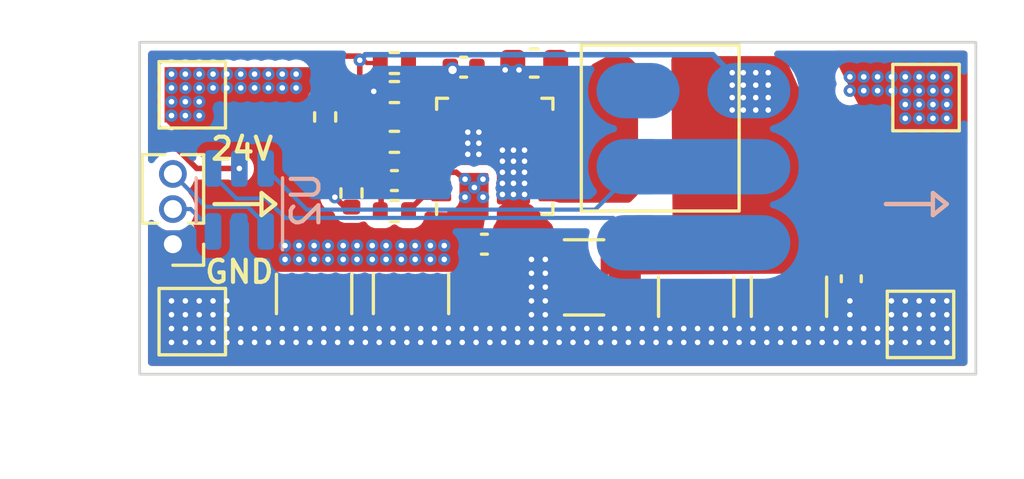
<source format=kicad_pcb>
(kicad_pcb (version 20211014) (generator pcbnew)

  (general
    (thickness 4.69)
  )

  (paper "A4")
  (layers
    (0 "F.Cu" signal)
    (1 "In1.Cu" signal)
    (2 "In2.Cu" signal)
    (31 "B.Cu" signal)
    (32 "B.Adhes" user "B.Adhesive")
    (33 "F.Adhes" user "F.Adhesive")
    (34 "B.Paste" user)
    (35 "F.Paste" user)
    (36 "B.SilkS" user "B.Silkscreen")
    (37 "F.SilkS" user "F.Silkscreen")
    (38 "B.Mask" user)
    (39 "F.Mask" user)
    (40 "Dwgs.User" user "User.Drawings")
    (41 "Cmts.User" user "User.Comments")
    (42 "Eco1.User" user "User.Eco1")
    (43 "Eco2.User" user "User.Eco2")
    (44 "Edge.Cuts" user)
    (45 "Margin" user)
    (46 "B.CrtYd" user "B.Courtyard")
    (47 "F.CrtYd" user "F.Courtyard")
    (48 "B.Fab" user)
    (49 "F.Fab" user)
    (50 "User.1" user)
    (51 "User.2" user)
    (52 "User.3" user)
    (53 "User.4" user)
    (54 "User.5" user)
    (55 "User.6" user)
    (56 "User.7" user)
    (57 "User.8" user)
    (58 "User.9" user)
  )

  (setup
    (stackup
      (layer "F.SilkS" (type "Top Silk Screen"))
      (layer "F.Paste" (type "Top Solder Paste"))
      (layer "F.Mask" (type "Top Solder Mask") (thickness 0.01))
      (layer "F.Cu" (type "copper") (thickness 0.035))
      (layer "dielectric 1" (type "core") (thickness 1.51) (material "FR4") (epsilon_r 4.5) (loss_tangent 0.02))
      (layer "In1.Cu" (type "copper") (thickness 0.035))
      (layer "dielectric 2" (type "prepreg") (thickness 1.51) (material "FR4") (epsilon_r 4.5) (loss_tangent 0.02))
      (layer "In2.Cu" (type "copper") (thickness 0.035))
      (layer "dielectric 3" (type "core") (thickness 1.51) (material "FR4") (epsilon_r 4.5) (loss_tangent 0.02))
      (layer "B.Cu" (type "copper") (thickness 0.035))
      (layer "B.Mask" (type "Bottom Solder Mask") (thickness 0.01))
      (layer "B.Paste" (type "Bottom Solder Paste"))
      (layer "B.SilkS" (type "Bottom Silk Screen"))
      (copper_finish "None")
      (dielectric_constraints no)
    )
    (pad_to_mask_clearance 0)
    (pcbplotparams
      (layerselection 0x00010fc_ffffffff)
      (disableapertmacros false)
      (usegerberextensions false)
      (usegerberattributes true)
      (usegerberadvancedattributes true)
      (creategerberjobfile true)
      (svguseinch false)
      (svgprecision 6)
      (excludeedgelayer true)
      (plotframeref false)
      (viasonmask false)
      (mode 1)
      (useauxorigin false)
      (hpglpennumber 1)
      (hpglpenspeed 20)
      (hpglpendiameter 15.000000)
      (dxfpolygonmode true)
      (dxfimperialunits true)
      (dxfusepcbnewfont true)
      (psnegative false)
      (psa4output false)
      (plotreference true)
      (plotvalue true)
      (plotinvisibletext false)
      (sketchpadsonfab false)
      (subtractmaskfromsilk false)
      (outputformat 1)
      (mirror false)
      (drillshape 0)
      (scaleselection 1)
      (outputdirectory "/tmp/pcbgogo")
    )
  )

  (net 0 "")
  (net 1 "GND")
  (net 2 "unconnected-(U1-Pad10)")
  (net 3 "unconnected-(U1-Pad14)")
  (net 4 "Net-(R3-Pad2)")
  (net 5 "Net-(R2-Pad1)")
  (net 6 "Net-(R1-Pad1)")
  (net 7 "/CLOCK")
  (net 8 "/DATA")
  (net 9 "unconnected-(J1-Pad4)")
  (net 10 "+5V")
  (net 11 "+24V")
  (net 12 "Net-(C3-Pad2)")
  (net 13 "/SW")
  (net 14 "/BOOT")
  (net 15 "/PHASE")
  (net 16 "/FB")
  (net 17 "/VDRV")
  (net 18 "/VDD")
  (net 19 "Net-(J3-Pad2)")
  (net 20 "Net-(J3-Pad3)")

  (footprint "TestPoint:TestPoint_Pad_2.0x2.0mm" (layer "F.Cu") (at 158.2 118.2))

  (footprint "Resistor_SMD:R_0402_1005Metric" (layer "F.Cu") (at 137.65 113.45 -90))

  (footprint "Capacitor_SMD:C_1210_3225Metric" (layer "F.Cu") (at 136.3 117.1 -90))

  (footprint "Capacitor_SMD:C_0402_1005Metric" (layer "F.Cu") (at 139.2 113 180))

  (footprint "Capacitor_SMD:C_0402_1005Metric" (layer "F.Cu") (at 141.7 108.9 180))

  (footprint "Resistor_SMD:R_0402_1005Metric" (layer "F.Cu") (at 139.2 114.1 180))

  (footprint "TestPoint:TestPoint_Pad_2.0x2.0mm" (layer "F.Cu") (at 158.4 110))

  (footprint "Connector_PinHeader_1.27mm:PinHeader_1x03_P1.27mm_Vertical" (layer "F.Cu") (at 131.2 115.3 180))

  (footprint "Capacitor_SMD:C_1210_3225Metric" (layer "F.Cu") (at 153.45 117.2 -90))

  (footprint "Capacitor_SMD:C_1210_3225Metric" (layer "F.Cu") (at 150.1 117.2 -90))

  (footprint "Resistor_SMD:R_0402_1005Metric" (layer "F.Cu") (at 139.2 111.6 180))

  (footprint "Capacitor_SMD:C_0603_1608Metric" (layer "F.Cu") (at 144.25 108.75 180))

  (footprint "TestPoint:TestPoint_Pad_2.0x2.0mm" (layer "F.Cu") (at 131.9 118.1))

  (footprint "Capacitor_SMD:C_1210_3225Metric" (layer "F.Cu") (at 139.8 117.1 -90))

  (footprint "apo:Vishay_PowerPAK_MLP44-24L" (layer "F.Cu") (at 142.825 112.125 90))

  (footprint "Resistor_SMD:R_0402_1005Metric" (layer "F.Cu") (at 136.7 110.7 90))

  (footprint "TestPoint:TestPoint_Pad_2.0x2.0mm" (layer "F.Cu") (at 131.9 109.9))

  (footprint "Capacitor_SMD:C_0402_1005Metric" (layer "F.Cu") (at 155.7 116.55 90))

  (footprint "Capacitor_SMD:C_1210_3225Metric" (layer "F.Cu") (at 146.05 116.5))

  (footprint "Resistor_SMD:R_0402_1005Metric" (layer "F.Cu") (at 139.2 108.75))

  (footprint "apo:EXL1V0505" (layer "F.Cu") (at 148.8 111.1 90))

  (footprint "Resistor_SMD:R_0402_1005Metric" (layer "F.Cu") (at 139.2 109.8 180))

  (footprint "Capacitor_SMD:C_0402_1005Metric" (layer "F.Cu") (at 142.45 115.3))

  (footprint "Package_TO_SOT_SMD:SOT-23-6" (layer "B.Cu") (at 133.6 113.7 90))

  (footprint "apo:APA102_CONN" (layer "B.Cu") (at 152 113.875))

  (footprint "apo:APA102_CONN" (layer "B.Cu") (at 148 113.875))

  (gr_line (start 159.15 113.85) (end 158.65 113.45) (layer "B.SilkS") (width 0.15) (tstamp 3676f199-5a14-4ac4-92f7-7efc586b7889))
  (gr_line (start 158.65 114.25) (end 159.15 113.85) (layer "B.SilkS") (width 0.15) (tstamp 75f936ae-7511-41df-b1b3-74bcbf1053e7))
  (gr_line (start 158.65 113.85) (end 156.95 113.85) (layer "B.SilkS") (width 0.15) (tstamp 971c4655-3162-4819-9355-927eb7ac3fc8))
  (gr_line (start 158.65 113.45) (end 158.65 114.25) (layer "B.SilkS") (width 0.15) (tstamp df8dc673-ede2-4745-90ef-0fd8ea2c64c7))
  (gr_line (start 158.65 113.45) (end 158.65 114.25) (layer "F.SilkS") (width 0.15) (tstamp 0fc5d717-b4a2-4210-93f9-17597bf4bc63))
  (gr_line (start 134.4 113.45) (end 134.4 114.25) (layer "F.SilkS") (width 0.15) (tstamp 22f50a9b-55ae-42a9-b15a-ac1d38939f76))
  (gr_line (start 134.4 114.25) (end 134.9 113.85) (layer "F.SilkS") (width 0.15) (tstamp 27ffa1d0-54d2-466e-94d9-0fe17ae20bff))
  (gr_line (start 134.9 113.85) (end 134.4 113.45) (layer "F.SilkS") (width 0.15) (tstamp 324a4fa3-1e22-4c22-ac64-189f7bf5e38e))
  (gr_line (start 132.7 113.85) (end 134.4 113.85) (layer "F.SilkS") (width 0.15) (tstamp 99090439-6940-42e6-97e5-e9f0710101d1))
  (gr_line (start 159.15 113.85) (end 158.65 113.45) (layer "F.SilkS") (width 0.15) (tstamp ac0d57a8-0aef-4cff-b0c3-90bbd7bdf384))
  (gr_line (start 156.95 113.85) (end 158.65 113.85) (layer "F.SilkS") (width 0.15) (tstamp c56de110-2ced-4989-ac20-943acf4c10bb))
  (gr_line (start 158.65 114.25) (end 159.15 113.85) (layer "F.SilkS") (width 0.15) (tstamp d4c46183-82c5-482b-a4ba-e301f70f1da3))
  (gr_rect (start 130 120) (end 160.2 108) (layer "Edge.Cuts") (width 0.1) (fill none) (tstamp 0d823a84-1a44-45ef-997c-1f1f85751717))
  (gr_text "GND" (at 133.6 116.3) (layer "F.SilkS") (tstamp 280203a5-3072-4dce-961d-56b30bd96bc3)
    (effects (font (size 0.8 0.8) (thickness 0.15)))
  )
  (gr_text "24V" (at 133.7 111.85) (layer "F.SilkS") (tstamp e42fe8d0-004a-4a6a-8f3f-374448be236b)
    (effects (font (size 0.8 0.8) (thickness 0.15)))
  )

  (segment (start 137.05 112.675528) (end 137.05 113.6) (width 0.2) (layer "F.Cu") (net 1) (tstamp 08e423bd-fa7e-4c28-bf09-70fefb4011bb))
  (segment (start 143.35 108.775) (end 143.475 108.65) (width 0.2) (layer "F.Cu") (net 1) (tstamp 09a78456-ec75-4804-87fb-82761ad99e8d))
  (segment (start 137.65 113.96) (end 137.41 113.96) (width 0.2) (layer "F.Cu") (net 1) (tstamp 1808ca2b-b2c6-4576-9895-e9c7d21f246a))
  (segment (start 143.35 109) (end 143.35 108.775) (width 0.2) (layer "F.Cu") (net 1) (tstamp 42f128fa-193d-445e-8dde-27a57efecfbe))
  (segment (start 141.22 108.9) (end 141.3 108.98) (width 0.2) (layer "F.Cu") (net 1) (tstamp 443e0554-bc2b-4cf2-9e5c-655695f6366d))
  (segment (start 143.1275 110.959928) (end 143.1275 111.4625) (width 0.2) (layer "F.Cu") (net 1) (tstamp 4940523d-3c80-48a8-8178-08a6906e480a))
  (segment (start 143.35 110.2) (end 143.35 109.5) (width 0.2) (layer "F.Cu") (net 1) (tstamp 50d02e7c-26da-4817-a30d-296d08902b0a))
  (segment (start 138.479462 109.8) (end 138.454038 109.774576) (width 0.15) (layer "F.Cu") (net 1) (tstamp 5f027496-084f-4237-8381-247d06fd9596))
  (segment (start 143.35 110.2) (end 143.35 110.737428) (width 0.2) (layer "F.Cu") (net 1) (tstamp 6bdb04cd-ece6-4294-84ba-7dc9ab8dc77e))
  (segment (start 142 110.2) (end 142 109.7) (width 0.2) (layer "F.Cu") (net 1) (tstamp 7909e0c8-a912-4e59-ae4d-65e0252fc307))
  (segment (start 137.41 113.96) (end 137.05 113.6) (width 0.2) (layer "F.Cu") (net 1) (tstamp 7a972d6c-b0a0-4990-8536-fe685f4f0f94))
  (segment (start 138.69 111.6) (end 138.125528 111.6) (width 0.2) (layer "F.Cu") (net 1) (tstamp 88135e05-1300-42cf-8261-25e39fcb2f5a))
  (segment (start 141.3 108.98) (end 141.3 109) (width 0.2) (layer "F.Cu") (net 1) (tstamp 8de10cae-7fcd-4b7a-bc37-cd3f128f7a41))
  (segment (start 143.35 109.5) (end 143.35 109) (width 0.2) (layer "F.Cu") (net 1) (tstamp 947bc1d0-bbcd-4c40-9e22-ff6c3f36ea14))
  (segment (start 143.35 110.737428) (end 143.1275 110.959928) (width 0.2) (layer "F.Cu") (net 1) (tstamp a3ea93c1-d33d-4177-a71e-b9e5b63bcecd))
  (segment (start 138.125528 111.6) (end 137.05 112.675528) (width 0.2) (layer "F.Cu") (net 1) (tstamp b7e76e2b-92fc-449b-8419-d03b6196c0cc))
  (segment (start 138.64 109.8) (end 138.479462 109.8) (width 0.15) (layer "F.Cu") (net 1) (tstamp b8a8fa7f-5f0d-47bb-a762-12b8e672a8fc))
  (segment (start 142 109.7) (end 141.3 109) (width 0.2) (layer "F.Cu") (net 1) (tstamp cfa7d1aa-ea67-44c7-8220-2e38d77dcdb2))
  (segment (start 141.85 111.15) (end 141.85 111.65) (width 0.3) (layer "F.Cu") (net 1) (tstamp d000ceb6-51b2-4cc1-add8-4c22ab232f12))
  (segment (start 142 110.2) (end 142 111) (width 0.2) (layer "F.Cu") (net 1) (tstamp fce6c964-678c-47a2-bc1e-e8ebc8fa17a9))
  (via (at 151.15 118.85) (size 0.45) (drill 0.2) (layers "F.Cu" "B.Cu") (net 1) (tstamp 035ec966-f6d0-43b7-8467-a89e0310709e))
  (via (at 145.65 118.85) (size 0.45) (drill 0.2) (layers "F.Cu" "B.Cu") (net 1) (tstamp 03ef142c-9d23-493f-b3d0-d9f53bda2e29))
  (via (at 153.65 118.35) (size 0.45) (drill 0.2) (layers "F.Cu" "B.Cu") (net 1) (tstamp 04b96011-35e3-451d-be48-cca2bbabf272))
  (via (at 132.65 117.35) (size 0.45) (drill 0.2) (layers "F.Cu" "B.Cu") (net 1) (tstamp 0c35c094-140c-4da7-9223-7bbbd5f6f1e2))
  (via (at 143.15 118.85) (size 0.45) (drill 0.2) (layers "F.Cu" "B.Cu") (net 1) (tstamp 0e249cd6-f18a-461d-b5a6-7cd4cf18a4fa))
  (via (at 141.3 109) (size 0.56) (drill 0.3) (layers "F.Cu" "B.Cu") (net 1) (tstamp 0ef5a775-2f3a-4aca-8af1-54415eba8f04))
  (via (at 154.15 118.85) (size 0.45) (drill 0.2) (layers "F.Cu" "B.Cu") (net 1) (tstamp 0fa2db81-8677-486b-a187-34436256a581))
  (via (at 136.65 118.35) (size 0.45) (drill 0.2) (layers "F.Cu" "B.Cu") (net 1) (tstamp 10d370ae-2ed0-408f-b620-b4b85acd981c))
  (via (at 158.65 118.35) (size 0.45) (drill 0.2) (layers "F.Cu" "B.Cu") (net 1) (tstamp 11ace683-de0f-47c4-b658-a27ca1230305))
  (via (at 144.15 116.85) (size 0.45) (drill 0.2) (layers "F.Cu" "B.Cu") (net 1) (tstamp 133af040-eeb0-4597-a817-fba3eb39b392))
  (via (at 153.15 118.85) (size 0.45) (drill 0.2) (layers "F.Cu" "B.Cu") (net 1) (tstamp 14169915-4366-488c-b3da-b23110c51ddd))
  (via (at 156.65 118.85) (size 0.45) (drill 0.2) (layers "F.Cu" "B.Cu") (net 1) (tstamp 15272e60-fa97-4a1c-b817-e58b8ab67433))
  (via (at 139.15 118.35) (size 0.45) (drill 0.2) (layers "F.Cu" "B.Cu") (net 1) (tstamp 15aee3f1-1e5e-4aed-b539-72fb32c0cb79))
  (via (at 143.5 111.9) (size 0.45) (drill 0.2) (layers "F.Cu" "B.Cu") (net 1) (tstamp 161206b4-89d4-4a28-a556-5474b4489455))
  (via (at 159.15 117.85) (size 0.45) (drill 0.2) (layers "F.Cu" "B.Cu") (net 1) (tstamp 1a46bd4b-cbfd-4448-aab4-a1f7e96a026a))
  (via (at 131.15 117.85) (size 0.45) (drill 0.2) (layers "F.Cu" "B.Cu") (net 1) (tstamp 1a73cd52-5ed1-4474-ac9b-3aeaef094cfa))
  (via (at 157.65 118.85) (size 0.45) (drill 0.2) (layers "F.Cu" "B.Cu") (net 1) (tstamp 1b4713e6-bc37-41b6-bd21-3f4e4fae0a9c))
  (via (at 158.65 117.35) (size 0.45) (drill 0.2) (layers "F.Cu" "B.Cu") (net 1) (tstamp 1c015ac2-fee3-45db-9cdf-dc4014f539ed))
  (via (at 142.25 111.25) (size 0.45) (drill 0.2) (layers "F.Cu" "B.Cu") (net 1) (tstamp 1c061432-bbc3-45ae-b30b-fc872b35efcd))
  (via (at 148.65 118.85) (size 0.45) (drill 0.2) (layers "F.Cu" "B.Cu") (net 1) (tstamp 1e8abcda-1fa0-4045-ae98-98c024c496db))
  (via (at 142.25 112.05) (size 0.45) (drill 0.2) (layers "F.Cu" "B.Cu") (net 1) (tstamp 2046211d-1d3b-45b7-b3b2-7cd5dd929e9a))
  (via (at 141.65 118.35) (size 0.45) (drill 0.2) (layers "F.Cu" "B.Cu") (net 1) (tstamp 2234faa4-2af7-4eda-8443-159ad3082b2a))
  (via (at 158.15 118.35) (size 0.45) (drill 0.2) (layers "F.Cu" "B.Cu") (net 1) (tstamp 25dbd309-21ba-442e-b500-d3f3abe44973))
  (via (at 144.65 117.85) (size 0.45) (drill 0.2) (layers "F.Cu" "B.Cu") (net 1) (tstamp 265631e4-d48e-4f5d-8f11-a85963c401d3))
  (via (at 141.65 118.85) (size 0.45) (drill 0.2) (layers "F.Cu" "B.Cu") (net 1) (tstamp 275d6be5-d69e-4a4a-9ffc-b70521eb3da2))
  (via (at 154.15 118.35) (size 0.45) (drill 0.2) (layers "F.Cu" "B.Cu") (net 1) (tstamp 27f2e98a-52ce-42d5-b2e0-1e0d71953b9f))
  (via (at 143.9 113.1) (size 0.45) (drill 0.2) (layers "F.Cu" "B.Cu") (net 1) (tstamp 28115bf6-f40a-486b-ad32-ba127943c8d9))
  (via (at 144.15 118.35) (size 0.45) (drill 0.2) (layers "F.Cu" "B.Cu") (net 1) (tstamp 283e82e7-3f02-4149-be73-eea98dc3f6be))
  (via (at 132.15 118.85) (size 0.45) (drill 0.2) (layers "F.Cu" "B.Cu") (net 1) (tstamp 29b8b9db-df2f-40df-85b1-f63a669b0ad3))
  (via (at 142.15 118.35) (size 0.45) (drill 0.2) (layers "F.Cu" "B.Cu") (net 1) (tstamp 2bb4d36e-fa1c-4da9-af5e-47bfbab433e1))
  (via (at 159.15 117.35) (size 0.45) (drill 0.2) (layers "F.Cu" "B.Cu") (net 1) (tstamp 2bd93905-3e74-412b-8766-56c5f30bbfdd))
  (via (at 150.65 118.85) (size 0.45) (drill 0.2) (layers "F.Cu" "B.Cu") (net 1) (tstamp 2be81f20-a8b4-421e-95cb-5b1b57cfb7b3))
  (via (at 149.15 118.85) (size 0.45) (drill 0.2) (layers "F.Cu" "B.Cu") (net 1) (tstamp 2c7ffd40-164f-43f5-9d0b-dea71e86fa11))
  (via (at 143.5 112.3) (size 0.45) (drill 0.2) (layers "F.Cu" "B.Cu") (net 1) (tstamp 2fc31eef-2d1e-4560-aac2-0f5d32c90ff3))
  (via (at 139.15 118.85) (size 0.45) (drill 0.2) (layers "F.Cu" "B.Cu") (net 1) (tstamp 31176a4a-faad-40fd-a0d1-66929abd8752))
  (via (at 135.65 118.35) (size 0.45) (drill 0.2) (layers "F.Cu" "B.Cu") (net 1) (tstamp 311d2a74-85d9-4484-b9ec-bed47ef320ef))
  (via (at 143.5 113.5) (size 0.45) (drill 0.2) (layers "F.Cu" "B.Cu") (net 1) (tstamp 31d64d38-a2d6-4b90-8e10-df0b2f9b1cfc))
  (via (at 144.65 118.35) (size 0.45) (drill 0.2) (layers "F.Cu" "B.Cu") (net 1) (tstamp 31df30e5-c801-4452-9a96-bdf2e8836b4b))
  (via (at 138.15 118.35) (size 0.45) (drill 0.2) (layers "F.Cu" "B.Cu") (net 1) (tstamp 32648c21-21ef-4039-bd2a-a87b60fbbcd6))
  (via (at 156.15 118.85) (size 0.45) (drill 0.2) (layers "F.Cu" "B.Cu") (net 1) (tstamp 32d2323f-6ee9-4cf0-a21f-ee85130d5da4))
  (via (at 139.65 118.85) (size 0.45) (drill 0.2) (layers "F.Cu" "B.Cu") (net 1) (tstamp 34252c01-4f68-4ea0-ab4e-b863b24a9ecd))
  (via (at 143.9 111.9) (size 0.45) (drill 0.2) (layers "F.Cu" "B.Cu") (net 1) (tstamp 34336ea7-e8fe-48c0-80ff-4b2c05a15976))
  (via (at 131.15 117.35) (size 0.45) (drill 0.2) (layers "F.Cu" "B.Cu") (net 1) (tstamp 35bc1777-3975-4efe-8642-98005be98531))
  (via (at 142.65 118.35) (size 0.45) (drill 0.2) (layers "F.Cu" "B.Cu") (net 1) (tstamp 37d6ef17-9e0f-43de-9ca1-4378dde439f1))
  (via (at 155.15 118.85) (size 0.45) (drill 0.2) (layers "F.Cu" "B.Cu") (net 1) (tstamp 39c82588-e8ac-4604-a0e6-1dffd242275a))
  (via (at 157.65 117.85) (size 0.45) (drill 0.2) (layers "F.Cu" "B.Cu") (net 1) (tstamp 3ad4c00e-4480-4731-b344-628cda995b68))
  (via (at 157.15 118.85) (size 0.45) (drill 0.2) (layers "F.Cu" "B.Cu") (net 1) (tstamp 3cb55b76-457e-4f17-97e1-8f2d95cdbd71))
  (via (at 140.65 118.35) (size 0.45) (drill 0.2) (layers "F.Cu" "B.Cu") (net 1) (tstamp 3e513377-ae59-49ff-8bbf-c2cd0b02fe00))
  (via (at 152.65 118.35) (size 0.45) (drill 0.2) (layers "F.Cu" "B.Cu") (net 1) (tstamp 403c8713-6bc4-485f-9123-0e145a0108c1))
  (via (at 140.15 118.35) (size 0.45) (drill 0.2) (layers "F.Cu" "B.Cu") (net 1) (tstamp 414ba9d7-01f5-4522-83f1-70d4ffbc3b61))
  (via (at 137.15 118.35) (size 0.45) (drill 0.2) (layers "F.Cu" "B.Cu") (net 1) (tstamp 445db5ed-425b-434d-a648-1485d6f7bc0d))
  (via (at 144.15 117.35) (size 0.45) (drill 0.2) (layers "F.Cu" "B.Cu") (net 1) (tstamp 44bccc7a-01c1-4996-a318-c11ab8f73e17))
  (via (at 146.65 118.85) (size 0.45) (drill 0.2) (layers "F.Cu" "B.Cu") (net 1) (tstamp 49097002-3559-41f7-90eb-52bea33e0d9c))
  (via (at 135.65 118.85) (size 0.45) (drill 0.2) (layers "F.Cu" "B.Cu") (net 1) (tstamp 4951b335-3895-455c-a33b-96ce1883ac96))
  (via (at 158.15 117.35) (size 0.45) (drill 0.2) (layers "F.Cu" "B.Cu") (net 1) (tstamp 4ce9aff3-8b30-4a96-a0ee-33c2722e1793))
  (via (at 151.65 118.85) (size 0.45) (drill 0.2) (layers "F.Cu" "B.Cu") (net 1) (tstamp 4d6d9fd2-b5af-40c4-aaf2-a6ad7aaf8676))
  (via (at 157.65 117.35) (size 0.45) (drill 0.2) (layers "F.Cu" "B.Cu") (net 1) (tstamp 4ec716aa-8145-4776-8d47-61d6a78d7d56))
  (via (at 141.15 118.35) (size 0.45) (drill 0.2) (layers "F.Cu" "B.Cu") (net 1) (tstamp 502ba3f7-a019-4701-bd19-fe6d4308d825))
  (via (at 137.65 118.35) (size 0.45) (drill 0.2) (layers "F.Cu" "B.Cu") (net 1) (tstamp 50af5ac3-7bb5-4c13-970c-a6633ef8c0c8))
  (via (at 158.65 118.85) (size 0.45) (drill 0.2) (layers "F.Cu" "B.Cu") (net 1) (tstamp 51084dda-8171-4a57-9191-0b4d4546cd86))
  (via (at 143.9 112.3) (size 0.45) (drill 0.2) (layers "F.Cu" "B.Cu") (net 1) (tstamp 5414d815-16e1-464a-a432-76d017443244))
  (via (at 156.15 118.35) (size 0.45) (drill 0.2) (layers "F.Cu" "B.Cu") (net 1) (tstamp 55d7e2b6-7545-4522-b9eb-7df11b5488d3))
  (via (at 144.15 116.35) (size 0.45) (drill 0.2) (layers "F.Cu" "B.Cu") (net 1) (tstamp 56482d7c-91cd-478b-a33e-30e013f3ab1b))
  (via (at 141.85 111.25) (size 0.45) (drill 0.2) (layers "F.Cu" "B.Cu") (net 1) (tstamp 5675f508-d647-4d8a-a803-d6adc7a13aa1))
  (via (at 144.65 115.85) (size 0.45) (drill 0.2) (layers "F.Cu" "B.Cu") (net 1) (tstamp 56a93cca-9cf1-4a96-b58a-97d7ce700e4f))
  (via (at 131.65 118.85) (size 0.45) (drill 0.2) (layers "F.Cu" "B.Cu") (net 1) (tstamp 577845cb-1df5-44d5-8d80-94cabf4f406e))
  (via (at 147.65 118.35) (size 0.45) (drill 0.2) (layers "F.Cu" "B.Cu") (net 1) (tstamp 5860b0e7-6198-4cc6-866c-24038aa8ae6e))
  (via (at 144.65 117.35) (size 0.45) (drill 0.2) (layers "F.Cu" "B.Cu") (net 1) (tstamp 58ea4af0-cdad-4eb4-b72c-306ef9836403))
  (via (at 158.15 117.85) (size 0.45) (drill 0.2) (layers "F.Cu" "B.Cu") (net 1) (tstamp 5b5915f6-ecda-42f3-8f47-e9a8a43e3872))
  (via (at 144.15 118.85) (size 0.45) (drill 0.2) (layers "F.Cu" "B.Cu") (net 1) (tstamp 5c8b179b-1a35-478a-ad04-6e030ffab2a5))
  (via (at 146.15 118.35) (size 0.45) (drill 0.2) (layers "F.Cu" "B.Cu") (net 1) (tstamp 5cf40be5-a965-4c03-9e33-6fc7b542ef66))
  (via (at 157.15 118.35) (size 0.45) (drill 0.2) (layers "F.Cu" "B.Cu") (net 1) (tstamp 5e8caffd-9aee-4ac2-b134-168d58feed18))
  (via (at 143.9 112.7) (size 0.45) (drill 0.2) (layers "F.Cu" "B.Cu") (net 1) (tstamp 5ebccdb3-ebbd-40d1-9e40-f2387252f98c))
  (via (at 138.454038 109.774576) (size 0.45) (drill 0.2) (layers "F.Cu" "B.Cu") (net 1) (tstamp 6211622b-dc58-42a7-8bdc-2c03ff82aa28))
  (via (at 137.15 118.85) (size 0.45) (drill 0.2) (layers "F.Cu" "B.Cu") (net 1) (tstamp 63c5d361-eae8-401b-8840-8818d630b489))
  (via (at 149.65 118.85) (size 0.45) (drill 0.2) (layers "F.Cu" "B.Cu") (net 1) (tstamp 68739f76-1e78-42c8-a181-04fee9d4d475))
  (via (at 134.65 118.85) (size 0.45) (drill 0.2) (layers "F.Cu" "B.Cu") (net 1) (tstamp 6890fc74-9a30-46ec-b67c-9089731a88ea))
  (via (at 155.65 117.35) (size 0.45) (drill 0.2) (layers "F.Cu" "B.Cu") (net 1) (tstamp 68b9ca57-b4d5-45bb-8f9f-21bbe0edb2f0))
  (via (at 147.15 118.35) (size 0.45) (drill 0.2) (layers "F.Cu" "B.Cu") (net 1) (tstamp 699138cc-cb38-459f-bd9b-a8d40633c83d))
  (via (at 135.15 118.85) (size 0.45) (drill 0.2) (layers "F.Cu" "B.Cu") (net 1) (tstamp 6d61458b-bf66-4a11-b92f-92c02ec505e0))
  (via (at 134.15 118.35) (size 0.45) (drill 0.2) (layers "F.Cu" "B.Cu") (net 1) (tstamp 701e031c-6464-4854-9baa-9c15d9cddec9))
  (via (at 151.65 118.35) (size 0.45) (drill 0.2) (layers "F.Cu" "B.Cu") (net 1) (tstamp 703b18cb-694e-43ee-8789-5133edaf2449))
  (via (at 133.65 118.85) (size 0.45) (drill 0.2) (layers "F.Cu" "B.Cu") (net 1) (tstamp 720e0547-a8a0-4357-a0cb-1fdd2e90a6ae))
  (via (at 155.65 117.85) (size 0.45) (drill 0.2) (layers "F.Cu" "B.Cu") (net 1) (tstamp 7269eb3e-1928-4916-823f-fd329012d7d7))
  (via (at 145.65 118.35) (size 0.45) (drill 0.2) (layers "F.Cu" "B.Cu") (net 1) (tstamp 728bd525-352b-41e2-ad06-bfcb1ee5d076))
  (via (at 139.65 118.35) (size 0.45) (drill 0.2) (layers "F.Cu" "B.Cu") (net 1) (tstamp 72fffd85-0353-43ea-9b49-d7241c452d4f))
  (via (at 141.15 118.85) (size 0.45) (drill 0.2) (layers "F.Cu" "B.Cu") (net 1) (tstamp 746065f9-b202-4902-8faa-04f38c2fc87b))
  (via (at 137.05 113.6) (size 0.45) (drill 0.2) (layers "F.Cu" "B.Cu") (net 1) (tstamp 761b8217-fa5c-4d76-b33e-aa3e8359f21b))
  (via (at 152.15 118.85) (size 0.45) (drill 0.2) (layers "F.Cu" "B.Cu") (net 1) (tstamp 763f7a1f-44ac-4817-94c7-20c78f3616b5))
  (via (at 147.65 118.85) (size 0.45) (drill 0.2) (layers "F.Cu" "B.Cu") (net 1) (tstamp 785b2c3c-8e80-4b0e-aca5-2a68db3e7843))
  (via (at 157.15 117.35) (size 0.45) (drill 0.2) (layers "F.Cu" "B.Cu") (net 1) (tstamp 78866515-36dc-4ccb-a132-1debafa4cc67))
  (via (at 138.15 118.85) (size 0.45) (drill 0.2) (layers "F.Cu" "B.Cu") (net 1) (tstamp 7b340771-52a5-41ff-b6e2-413c6d5badce))
  (via (at 151.15 118.35) (size 0.45) (drill 0.2) (layers "F.Cu" "B.Cu") (net 1) (tstamp 7c55a498-65c5-44ba-9de0-6480573341d5))
  (via (at 143.9 113.5) (size 0.45) (drill 0.2) (layers "F.Cu" "B.Cu") (net 1) (tstamp 7d1d082e-7153-4bb8-be14-aa4a35dc1f14))
  (via (at 133.15 117.85) (size 0.45) (drill 0.2) (layers "F.Cu" "B.Cu") (net 1) (tstamp 7d90a795-5c43-4790-9c91-57d9e2eaa034))
  (via (at 132.65 117.85) (size 0.45) (drill 0.2) (layers "F.Cu" "B.Cu") (net 1) (tstamp 7f2285db-2007-40ed-9448-6381648be27f))
  (via (at 140.65 118.85) (size 0.45) (drill 0.2) (layers "F.Cu" "B.Cu") (net 1) (tstamp 8137264b-d416-423e-986a-32826d2651e3))
  (via (at 135.15 118.35) (size 0.45) (drill 0.2) (layers "F.Cu" "B.Cu") (net 1) (tstamp 81e2f8b4-0998-4b4b-b073-2b0f3c6b25b2))
  (via (at 132.65 118.85) (size 0.45) (drill 0.2) (layers "F.Cu" "B.Cu") (net 1) (tstamp 820bceed-7d55-43bd-99b3-cbb77583ebac))
  (via (at 148.15 118.85) (size 0.45) (drill 0.2) (layers "F.Cu" "B.Cu") (net 1) (tstamp 82f43e2e-2f24-4831-a8d3-80e5c5ee5082))
  (via (at 141.85 111.65) (size 0.45) (drill 0.2) (layers "F.Cu" "B.Cu") (net 1) (tstamp 86c0ddb2-34f8-4fb8-9611-71a9aff73882))
  (via (at 149.65 118.35) (size 0.45) (drill 0.2) (layers "F.Cu" "B.Cu") (net 1) (tstamp 87077056-2dcb-45b7-b571-68a76135f444))
  (via (at 154.65 118.85) (size 0.45) (drill 0.2) (layers "F.Cu" "B.Cu") (net 1) (tstamp 87355f69-75ce-4d3a-908d-929d11c23531))
  (via (at 156.65 118.35) (size 0.45) (drill 0.2) (layers "F.Cu" "B.Cu") (net 1) (tstamp 8b6140b8-c28b-4d1b-8e85-d625d0674904))
  (via (at 146.15 118.85) (size 0.45) (drill 0.2) (layers "F.Cu" "B.Cu") (net 1) (tstamp 9025ab31-f451-41b2-88fd-524213c85c55))
  (via (at 153.65 118.85) (size 0.45) (drill 0.2) (layers "F.Cu" "B.Cu") (net 1) (tstamp 9031dd0e-dde5-438c-897e-9a7b6973aaa1))
  (via (at 133.15 118.85) (size 0.45) (drill 0.2) (layers "F.Cu" "B.Cu") (net 1) (tstamp 90671a2d-6509-4bf8-9fda-0a5b27bc32e0))
  (via (at 138.65 118.85) (size 0.45) (drill 0.2) (layers "F.Cu" "B.Cu") (net 1) (tstamp 9335485d-e960-46d9-b98c-58af995ba0ec))
  (via (at 157.15 117.85) (size 0.45) (drill 0.2) (layers "F.Cu" "B.Cu") (net 1) (tstamp 9428e4a9-ba05-4419-b394-fa192555a05f))
  (via (at 131.15 118.85) (size 0.45) (drill 0.2) (layers "F.Cu" "B.Cu") (net 1) (tstamp 9522d535-094c-435d-a636-387a16e4699f))
  (via (at 136.65 118.85) (size 0.45) (drill 0.2) (layers "F.Cu" "B.Cu") (net 1) (tstamp 961cd699-ced3-4a3d-89b4-bf84056660d1))
  (via (at 143.65 118.35) (size 0.45) (drill 0.2) (layers "F.Cu" "B.Cu") (net 1) (tstamp 994988bc-252b-4154-81f7-41feb4720c46))
  (via (at 148.65 118.35) (size 0.45) (drill 0.2) (layers "F.Cu" "B.Cu") (net 1) (tstamp 997cc033-6fb7-491e-a131-3d9b5a09a584))
  (via (at 155.15 118.35) (size 0.45) (drill 0.2) (layers "F.Cu" "B.Cu") (net 1) (tstamp 9b6ee52e-68aa-484a-957d-1b51ef7647c8))
  (via (at 143.1 113.5) (size 0.45) (drill 0.2) (layers "F.Cu" "B.Cu") (net 1) (tstamp 9d1a3bd9-fc86-4d1d-957d-fcca05b33962))
  (via (at 143.1 112.7) (size 0.45) (drill 0.2) (layers "F.Cu" "B.Cu") (net 1) (tstamp 9e12238e-2f11-4a00-b1d9-2c3ccb03b53c))
  (via (at 144.65 116.35) (size 0.45) (drill 0.2) (layers "F.Cu" "B.Cu") (net 1) (tstamp a0b922f8-413f-430d-802b-c15e326c958d))
  (via (at 140.15 118.85) (size 0.45) (drill 0.2) (layers "F.Cu" "B.Cu") (net 1) (tstamp a765b732-879f-45da-9614-2591f2d9d0b1))
  (via (at 152.65 118.85) (size 0.45) (drill 0.2) (layers "F.Cu" "B.Cu") (net 1) (tstamp a7b950e9-51ba-4639-bc40-99f5a74aac0d))
  (via (at 132.15 117.35) (size 0.45) (drill 0.2) (layers "F.Cu" "B.Cu") (net 1) (tstamp a87f1758-94d5-42ea-971b-c293d7468427))
  (via (at 143.65 118.85) (size 0.45) (drill 0.2) (layers "F.Cu" "B.Cu") (net 1) (tstamp a890f9f4-ae27-4454-a528-18340c8cce3c))
  (via (at 133.15 117.35) (size 0.45) (drill 0.2) (layers "F.Cu" "B.Cu") (net 1) (tstamp a8a7e591-eba5-4b14-a767-f152c0a38ff8))
  (via (at 148.15 118.35) (size 0.45) (drill 0.2) (layers "F.Cu" "B.Cu") (net 1) (tstamp ab104b79-2753-4de5-885f-6078551adce5))
  (via (at 159.15 118.85) (size 0.45) (drill 0.2) (layers "F.Cu" "B.Cu") (net 1) (tstamp ad450c0e-a19c-46f7-9002-c9e20f180eca))
  (via (at 145.15 118.35) (size 0.45) (drill 0.2) (layers "F.Cu" "B.Cu") (net 1) (tstamp b2178dce-1033-4d0c-9c44-b4e4b26a68ec))
  (via (at 142.15 118.85) (size 0.45) (drill 0.2) (layers "F.Cu" "B.Cu") (net 1) (tstamp b343f435-d38e-4ddf-953f-f6ce9049e841))
  (via (at 145.15 118.85) (size 0.45) (drill 0.2) (layers "F.Cu" "B.Cu") (net 1) (tstamp b598bdc1-8c78-49c6-85c4-9dd50551f67b))
  (via (at 153.15 118.35) (size 0.45) (drill 0.2) (layers "F.Cu" "B.Cu") (net 1) (tstamp b90af6a0-2696-4543-82ae-d1d9f32d336f))
  (via (at 133.65 118.35) (size 0.45) (drill 0.2) (layers "F.Cu" "B.Cu") (net 1) (tstamp b9246049-eb02-4e77-978c-49bc9e9dc56b))
  (via (at 131.15 118.35) (size 0.45) (drill 0.2) (layers "F.Cu" "B.Cu") (net 1) (tstamp baafb259-e8db-4d6e-b2d6-6b9b1fa59836))
  (via (at 150.15 118.35) (size 0.45) (drill 0.2) (layers "F.Cu" "B.Cu") (net 1) (tstamp bdc2fc4a-eaae-4287-8e55-fae77461eb99))
  (via (at 136.15 118.35) (size 0.45) (drill 0.2) (layers "F.Cu" "B.Cu") (net 1) (tstamp bfa25266-486b-4bd2-9c07-055024ea769d))
  (via (at 131.65 118.35) (size 0.45) (drill 0.2) (layers "F.Cu" "B.Cu") (net 1) (tstamp c4643bda-557e-49ff-83e1-46b07eb6c189))
  (via (at 142.25 111.65) (size 0.45) (drill 0.2) (layers "F.Cu" "B.Cu") (net 1) (tstamp c6ff1b48-ed62-4d13-a267-03418f6f87b4))
  (via (at 144.15 117.85) (size 0.45) (drill 0.2) (layers "F.Cu" "B.Cu") (net 1) (tstamp c89dc3f7-df24-4e55-b2b3-48160d77fa83))
  (via (at 155.65 118.35) (size 0.45) (drill 0.2) (layers "F.Cu" "B.Cu") (net 1) (tstamp ca4ab834-8530-4b80-8283-8f65270e0f24))
  (via (at 132.15 117.85) (size 0.45) (drill 0.2) (layers "F.Cu" "B.Cu") (net 1) (tstamp ca79c7d7-dbcc-453a-8ded-a06848227e4b))
  (via (at 132.65 118.35) (size 0.45) (drill 0.2) (layers "F.Cu" "B.Cu") (net 1) (tstamp cb26fa43-0ab9-4c16-a42d-105303025b3a))
  (via (at 131.65 117.35) (size 0.45) (drill 0.2) (layers "F.Cu" "B.Cu") (net 1) (tstamp cc6b8445-d924-43b7-9e08-884cdf7a365c))
  (via (at 143.5 113.1) (size 0.45) (drill 0.2) (layers "F.Cu" "B.Cu") (net 1) (tstamp cec5c631-6cb2-4bf5-a344-f2bf07403838))
  (via (at 143.5 112.7) (size 0.45) (drill 0.2) (layers "F.Cu" "B.Cu") (net 1) (tstamp cf11d027-a51b-4fad-b943-47cc5207d855))
  (via (at 144.15 115.85) (size 0.45) (drill 0.2) (layers "F.Cu" "B.Cu") (net 1) (tstamp cf78e8f0-b654-4070-8067-a11fd5a7b34b))
  (via (at 143.1 113.1) (size 0.45) (drill 0.2) (layers "F.Cu" "B.Cu") (net 1) (tstamp d25907fc-eb42-4acd-9a61-79ef550d9e5b))
  (via (at 154.65 118.35) (size 0.45) (drill 0.2) (layers "F.Cu" "B.Cu") (net 1) (tstamp d5568606-3ff0-4294-b0f9-bba786bfe592))
  (via (at 147.15 118.85) (size 0.45) (drill 0.2) (layers "F.Cu" "B.Cu") (net 1) (tstamp d63d188d-8004-4777-85ca-cc2e6f4785eb))
  (via (at 143.15 118.35) (size 0.45) (drill 0.2) (layers "F.Cu" "B.Cu") (net 1) (tstamp d682994c-7d0e-4b6a-8c77-bcd6868db956))
  (via (at 158.65 117.85) (size 0.45) (drill 0.2) (layers "F.Cu" "B.Cu") (net 1) (tstamp dea0dc4e-4094-4fa5-9650-b0e060ad6782))
  (via (at 142.65 118.85) (size 0.45) (drill 0.2) (layers "F.Cu" "B.Cu") (net 1) (tstamp e12f8b1d-8989-4930-9b4f-b23ae92cd690))
  (via (at 141.85 112.05) (size 0.45) (drill 0.2) (layers "F.Cu" "B.Cu") (net 1) (tstamp e1777e3e-e6d8-4925-849a-c975661031a6))
  (via (at 134.65 118.35) (size 0.45) (drill 0.2) (layers "F.Cu" "B.Cu") (net 1) (tstamp e201dcbd-98fb-4c18-8f27-dd8b272e7edc))
  (via (at 155.65 118.85) (size 0.45) (drill 0.2) (layers "F.Cu" "B.Cu") (net 1) (tstamp e232ca7d-462b-466f-aab2-3b9412d29374))
  (via (at 144.65 118.85) (size 0.45) (drill 0.2) (layers "F.Cu" "B.Cu") (net 1) (tstamp e57341da-f154-448a-93b8-b8fe448f3ede))
  (via (at 144.65 116.85) (size 0.45) (drill 0.2) (layers "F.Cu" "B.Cu") (net 1) (tstamp e651110c-bbd2-4c4c-afad-db564f7274ab))
  (via (at 143.1 112.3) (size 0.45) (drill 0.2) (layers "F.Cu" "B.Cu") (net 1) (tstamp e6ae9470-634d-4f29-b3ca-60dfca67a9ba))
  (via (at 131.65 117.85) (size 0.45) (drill 0.2) (layers "F.Cu" "B.Cu") (net 1) (tstamp e76cfdcf-7848-4602-b9d2-0ffef7535c47))
  (via (at 159.15 118.35) (size 0.45) (drill 0.2) (layers "F.Cu" "B.Cu") (net 1) (tstamp e95d5639-3271-4088-bdd7-d25f7549a640))
  (via (at 132.15 118.35) (size 0.45) (drill 0.2) (layers "F.Cu" "B.Cu") (net 1) (tstamp eb531ec0-4ac4-4079-beb7-5c1bccf10927))
  (via (at 136.15 118.85) (size 0.45) (drill 0.2) (layers "F.Cu" "B.Cu") (net 1) (tstamp ec4df9b9-2272-41d5-9461-7314435786ac))
  (via (at 146.65 118.35) (size 0.45) (drill 0.2) (layers "F.Cu" "B.Cu") (net 1) (tstamp ed77f6a6-155e-46b9-a153-118ded6f4f6d))
  (via (at 143.7 109) (size 0.45) (drill 0.2) (layers "F.Cu" "B.Cu") (net 1) (tstamp ed879acd-3c5c-408b-8714-a3c3fbfc6c25))
  (via (at 157.65 118.35) (size 0.45) (drill 0.2) (layers "F.Cu" "B.Cu") (net 1) (tstamp ef41b024-b370-4e6e-90cd-0393858d2db7))
  (via (at 134.15 118.85) (size 0.45) (drill 0.2) (layers "F.Cu" "B.Cu") (net 1) (tstamp f10f5491-2cf4-4c49-87e0-8b0e6ce023aa))
  (via (at 138.65 118.35) (size 0.45) (drill 0.2) (layers "F.Cu" "B.Cu") (net 1) (tstamp f314435a-42c9-4649-99e0-f2e641587e47))
  (via (at 149.15 118.35) (size 0.45) (drill 0.2) (layers "F.Cu" "B.Cu") (net 1) (tstamp f45661a2-33a5-4e7d-bbf0-172d9e2b56c7))
  (via (at 150.65 118.35) (size 0.45) (drill 0.2) (layers "F.Cu" "B.Cu") (net 1) (tstamp f5ef2328-ec89-471f-8493-9a20cc084fe4))
  (via (at 158.15 118.85) (size 0.45) (drill 0.2) (layers "F.Cu" "B.Cu") (net 1) (tstamp f6539fb5-8733-4823-a39d-6e5d8902567d))
  (via (at 152.15 118.35) (size 0.45) (drill 0.2) (layers "F.Cu" "B.Cu") (net 1) (tstamp f69f412c-b12e-4ab9-9521-f953537f4583))
  (via (at 137.65 118.85) (size 0.45) (drill 0.2) (layers "F.Cu" "B.Cu") (net 1) (tstamp f6c27a32-0548-4a29-9068-4c02e252c507))
  (via (at 150.15 118.85) (size 0.45) (drill 0.2) (layers "F.Cu" "B.Cu") (net 1) (tstamp f91acf64-f9ff-4a8b-a73f-26cdb17d0528))
  (via (at 133.15 118.35) (size 0.45) (drill 0.2) (layers "F.Cu" "B.Cu") (net 1) (tstamp fc48adcc-df69-47ff-a950-1706931f1218))
  (via (at 143.1 111.9) (size 0.45) (drill 0.2) (layers "F.Cu" "B.Cu") (net 1) (tstamp fec1f37b-2b9a-43bc-9ee3-943c5b51ad97))
  (via (at 143.2 109) (size 0.45) (drill 0.2) (layers "F.Cu" "B.Cu") (net 1) (tstamp fee7811a-f54c-41df-9eee-dfa8e553f6ad))
  (segment (start 148 118) (end 152 118) (width 2) (layer "B.Cu") (net 1) (tstamp 3883e2be-e1ae-4645-bb9f-3079fc3d5d07))
  (segment (start 148 118) (end 145.8 118) (width 2) (layer "B.Cu") (net 1) (tstamp eb7bf14f-35c2-4372-9fa4-87db4048328e))
  (segment (start 144.25 110.5875) (end 144.25 110.2) (width 0.2) (layer "F.Cu") (net 2) (tstamp 4a8ffeb9-fc4e-45a4-b426-dfc9a365130c))
  (segment (start 143.815 111.14) (end 144.25 110.705) (width 0.2) (layer "F.Cu") (net 2) (tstamp 4ecb4b16-0b97-405b-ba69-bbf56e7edb35))
  (segment (start 144.25 110.705) (end 144.25 110.2) (width 0.2) (layer "F.Cu") (net 2) (tstamp 81d93235-e33a-424f-84cb-9543bb09dbe3))
  (segment (start 144.7625 111.1) (end 144.25 110.5875) (width 0.2) (layer "F.Cu") (net 2) (tstamp 960d39ca-68c6-458f-8cda-42838ffdc32a))
  (segment (start 140.245183 111.1) (end 139.925183 110.78) (width 0.2) (layer "F.Cu") (net 4) (tstamp 1e8ff97a-d966-46a5-9100-3ad2d8d43cf3))
  (segment (start 140.8875 111.1) (end 140.245183 111.1) (width 0.2) (layer "F.Cu") (net 4) (tstamp 2d750507-bb2c-482e-a7e8-fbab7344b108))
  (segment (start 139.925183 110.78) (end 137.29 110.78) (width 0.2) (layer "F.Cu") (net 4) (tstamp a9492e20-3a6c-4f6e-82d1-2f86b47f3ea1))
  (segment (start 137.29 110.78) (end 136.7 110.19) (width 0.2) (layer "F.Cu") (net 4) (tstamp c075811f-8d57-4610-9ebd-3ad9b9e453f1))
  (segment (start 139.71 111.6) (end 139.76 111.55) (width 0.2) (layer "F.Cu") (net 5) (tstamp 093f3b2e-7c31-4214-87ee-63bf89de5c4e))
  (segment (start 139.76 111.55) (end 140.8875 111.55) (width 0.2) (layer "F.Cu") (net 5) (tstamp 924af6be-7eb3-4b0f-aaa7-e17f83cae9d1))
  (segment (start 140.765381 112) (end 140.375381 112.39) (width 0.2) (layer "F.Cu") (net 6) (tstamp 6204d919-a88f-474d-993d-cccb9825435c))
  (segment (start 140.375381 112.39) (end 138.2 112.39) (width 0.2) (layer "F.Cu") (net 6) (tstamp 7e61c261-517c-497a-a5cf-fe715d7fd7e5))
  (segment (start 140.8875 112) (end 140.765381 112) (width 0.2) (layer "F.Cu") (net 6) (tstamp c6b31fc1-a7a0-4bf0-8cd5-ac1fb8c862b0))
  (segment (start 138.2 112.39) (end 137.65 112.94) (width 0.2) (layer "F.Cu") (net 6) (tstamp e659526b-d5ca-4476-a8a1-f64185c6a9a9))
  (segment (start 134.555829 113.650499) (end 135.254831 114.349501) (width 0.15) (layer "B.Cu") (net 7) (tstamp 615ef5fa-c6e1-44c2-ace1-eae13153ce3f))
  (segment (start 132.65 112.80533) (end 133.495169 113.650499) (width 0.15) (layer "B.Cu") (net 7) (tstamp 707ce733-f3d7-4c48-a0cb-7ed86b566a72))
  (segment (start 152 115.25) (end 148 115.25) (width 2) (layer "B.Cu") (net 7) (tstamp 70f1352e-5f34-4a13-89f8-c7ff705dd7ba))
  (segment (start 132.65 112.5625) (end 132.65 112.80533) (width 0.15) (layer "B.Cu") (net 7) (tstamp 74f53c99-1f6f-45b9-9cb8-12d69678de54))
  (segment (start 135.254831 114.349501) (end 147.099501 114.349501) (width 0.15) (layer "B.Cu") (net 7) (tstamp ac31dd7b-1947-431e-a8bc-a91b30028c7a))
  (segment (start 147.099501 114.349501) (end 148 115.25) (width 0.15) (layer "B.Cu") (net 7) (tstamp bc1d98e1-9008-46ae-8efa-58cdd26b135c))
  (segment (start 133.495169 113.650499) (end 134.555829 113.650499) (width 0.15) (layer "B.Cu") (net 7) (tstamp c842b2d0-ab1b-42fb-9e7c-8cb4a7dc23b3))
  (segment (start 134.55 112.5625) (end 136.0375 114.05) (width 0.15) (layer "B.Cu") (net 8) (tstamp 0edaf56a-b259-47c2-8681-1ec0e0050fe6))
  (segment (start 136.0375 114.05) (end 146.45 114.05) (width 0.15) (layer "B.Cu") (net 8) (tstamp 8284300c-200f-4fa7-8f1c-886d082333f7))
  (segment (start 146.45 114.05) (end 148 112.5) (width 0.15) (layer "B.Cu") (net 8) (tstamp 86e8276b-39c4-45f1-95eb-0cb4ddbbf7b8))
  (segment (start 148 112.5) (end 152 112.5) (width 2) (layer "B.Cu") (net 8) (tstamp 9f42c457-7afd-4cb4-896b-ebb4dd7b2905))
  (segment (start 130.55 111.05) (end 130.55 108.75) (width 0.2) (layer "F.Cu") (net 10) (tstamp 003859ff-a931-4696-bdd5-8bc9e7134063))
  (segment (start 137.95 108.5) (end 137.95 108.65) (width 0.2) (layer "F.Cu") (net 10) (tstamp 2f353df4-0cee-4571-a94a-977836207682))
  (segment (start 140.6075 110.37) (end 138.345528 110.37) (width 0.2) (layer "F.Cu") (net 10) (tstamp 32735603-2ca9-4aff-a06b-d8d579e3db36))
  (segment (start 130.55 108.75) (end 130.8 108.5) (width 0.2) (layer "F.Cu") (net 10) (tstamp 3e35d30f-8aba-445f-86cf-acb072ebc268))
  (segment (start 137.95 109.974472) (end 137.95 108.65) (width 0.2) (layer "F.Cu") (net 10) (tstamp 5f66fc18-27ce-4736-b47b-25012640e59b))
  (segment (start 138.345528 110.37) (end 137.95 109.974472) (width 0.2) (layer "F.Cu") (net 10) (tstamp 66e9205e-9f20-412c-929a-2caaf224ae4c))
  (segment (start 132.0625 112.5625) (end 130.55 111.05) (width 0.2) (layer "F.Cu") (net 10) (tstamp 8a477521-27fa-47fb-bad3-fedd50350b9c))
  (segment (start 140.8875 110.65) (end 140.6075 110.37) (width 0.2) (layer "F.Cu") (net 10) (tstamp 8c6e0b10-3b02-4805-8cfc-6d9b22e4398e))
  (segment (start 138.69 108.75) (end 138.2 108.75) (width 0.15) (layer "F.Cu") (net 10) (tstamp 8db96a71-57b9-4d41-a9b7-0fdfaa6c94b6))
  (segment (start 138.2 108.75) (end 137.95 108.5) (width 0.15) (layer "F.Cu") (net 10) (tstamp 91b22e12-2741-45ad-b583-138f806c66a4))
  (segment (start 133.600002 112.5625) (end 132.0625 112.5625) (width 0.2) (layer "F.Cu") (net 10) (tstamp 98528afa-2a0a-46c2-b29b-daad80f34a1a))
  (segment (start 130.8 108.5) (end 137.95 108.5) (width 0.2) (layer "F.Cu") (net 10) (tstamp b2a9a800-96ae-46a6-896f-bee544525d80))
  (via (at 152.25 109.55) (size 0.45) (drill 0.2) (layers "F.Cu" "B.Cu") (net 10) (tstamp 0c93e8bf-3554-4423-bcdb-236f4862b38b))
  (via (at 137.95 108.65) (size 0.45) (drill 0.2) (layers "F.Cu" "B.Cu") (net 10) (tstamp 23536f1f-e37c-4853-8e0a-8264819bc1c3))
  (via (at 133.600002 112.5625) (size 0.45) (drill 0.2) (layers "F.Cu" "B.Cu") (net 10) (tstamp 506c52a5-d4fb-4674-a504-7411983ae6e7))
  (via (at 151.4 109.1) (size 0.45) (drill 0.2) (layers "F.Cu" "B.Cu") (net 10) (tstamp 5d0f1ef2-231c-48a1-a1f3-f0ab183ece31))
  (via (at 152.7 110) (size 0.45) (drill 0.2) (layers "F.Cu" "B.Cu") (net 10) (tstamp 773d4380-9f1f-4d70-b560-db691319eb0d))
  (via (at 151.4 109.55) (size 0.45) (drill 0.2) (layers "F.Cu" "B.Cu") (net 10) (tstamp 7e4abed7-bdae-4d32-9de6-ca5073b6533b))
  (via (at 152.25 110.45) (size 0.45) (drill 0.2) (layers "F.Cu" "B.Cu") (net 10) (tstamp 900b2169-190d-43cc-b7df-6fe09e2c480f))
  (via (at 152.7 109.55) (size 0.45) (drill 0.2) (layers "F.Cu" "B.Cu") (net 10) (tstamp 9c430022-9928-4794-aec4-1bd0fe833664))
  (via (at 152.7 109.1) (size 0.45) (drill 0.2) (layers "F.Cu" "B.Cu") (net 10) (tstamp a6185db5-198d-461e-9580-7e2da390f0bb))
  (via (at 152.25 110) (size 0.45) (drill 0.2) (layers "F.Cu" "B.Cu") (net 10) (tstamp b62e6c4b-a780-4a5e-87cd-0501e8ecb585))
  (via (at 152.7 110.45) (size 0.45) (drill 0.2) (layers "F.Cu" "B.Cu") (net 10) (tstamp c1e572a3-dfec-4a65-b350-3ed40b4e4b85))
  (via (at 151.4 110) (size 0.45) (drill 0.2) (layers "F.Cu" "B.Cu") (net 10) (tstamp c22e3fed-1aa3-47e1-ae8b-db981b084152))
  (via (at 151.4 110.45) (size 0.45) (drill 0.2) (layers "F.Cu" "B.Cu") (net 10) (tstamp c6a56167-4824-43be-9c77-aae8f8f1b844))
  (via (at 151.8 109.55) (size 0.45) (drill 0.2) (layers "F.Cu" "B.Cu") (net 10) (tstamp db962225-4404-495f-b296-0a2d147e18d7))
  (via (at 152.25 109.1) (size 0.45) (drill 0.2) (layers "F.Cu" "B.Cu") (net 10) (tstamp dca10d29-1229-42de-ae1c-4406375b0b8e))
  (via (at 151.8 109.1) (size 0.45) (drill 0.2) (layers "F.Cu" "B.Cu") (net 10) (tstamp de6797be-461c-45af-a47c-3edf17a5eebb))
  (via (at 151.8 110) (size 0.45) (drill 0.2) (layers "F.Cu" "B.Cu") (net 10) (tstamp eb40c474-eb65-4e2f-8863-05c953997cf3))
  (via (at 151.8 110.45) (size 0.45) (drill 0.2) (layers "F.Cu" "B.Cu") (net 10) (tstamp ee126db5-0ce7-46d2-ba64-8ae8f3a837c7))
  (segment (start 150.699996 108.449996) (end 138.150004 108.449996) (width 0.2) (layer "B.Cu") (net 10) (tstamp 0d8065ce-357a-4bb0-9b62-760b005c8c8c))
  (segment (start 138.150004 108.449996) (end 137.95 108.65) (width 0.2) (layer "B.Cu") (net 10) (tstamp 3cfbc247-adea-4dc1-8ef5-82a4bf34cdd8))
  (segment (start 152 109.75) (end 150.699996 108.449996) (width 0.2) (layer "B.Cu") (net 10) (tstamp 814ad743-685a-4aec-af3a-02400fb9dd3d))
  (segment (start 141.8 113) (end 141.8 113.5455) (width 0.2) (layer "F.Cu") (net 11) (tstamp 025a05ff-bf2d-4387-9dd4-b4e33ec7ffc7))
  (segment (start 142.0875 113.3125) (end 142.3 113.525) (width 0.2) (layer "F.Cu") (net 11) (tstamp 1b80a7ba-76d6-439e-9c85-23e3be6af23f))
  (segment (start 141.8 113.5) (end 141.8 113.5455) (width 0.2) (layer "F.Cu") (net 11) (tstamp 26ec2fb2-699e-4318-94d9-75743d208d1b))
  (segment (start 142.075 113.3) (end 142.0875 113.3125) (width 0.2) (layer "F.Cu") (net 11) (tstamp 55cd026f-0d5c-449b-8b7c-8db858c895c2))
  (segment (start 140.8875 112.7) (end 141.43217 112.7) (width 0.2) (layer "F.Cu") (net 11) (tstamp 85cc2ba4-9fcf-48b6-9dbb-66d2315e3985))
  (segment (start 141.43217 112.7) (end 141.8 113) (width 0.2) (layer "F.Cu") (net 11) (tstamp 8ce4de3a-84da-426f-a520-5785f9f60a41))
  (segment (start 142.3 113) (end 142.3 113.5455) (width 0.2) (layer "F.Cu") (net 11) (tstamp b2900560-81dc-4ff2-8b54-dd18fa1fcf10))
  (segment (start 142.3 113.525) (end 142.3 113.5455) (width 0.2) (layer "F.Cu") (net 11) (tstamp dd373a58-fd3c-48f8-8ed7-860245bff31b))
  (segment (start 142.3 113) (end 141.8 113.5) (width 0.2) (layer "F.Cu") (net 11) (tstamp f0edd5f2-d44b-40ca-be20-3a3686e0e21b))
  (via (at 131.15 109.65) (size 0.45) (drill 0.2) (layers "F.Cu" "B.Cu") (net 11) (tstamp 008f08d7-650e-4a62-a475-c9dfc1a2711d))
  (via (at 131.65 110.65) (size 0.45) (drill 0.2) (layers "F.Cu" "B.Cu") (net 11) (tstamp 00f5257a-abf0-46dd-a55f-706195e92e15))
  (via (at 131.65 110.15) (size 0.45) (drill 0.2) (layers "F.Cu" "B.Cu") (net 11) (tstamp 0123c557-0a4e-487a-a715-feaeee490cc5))
  (via (at 134.15 109.65) (size 0.45) (drill 0.2) (layers "F.Cu" "B.Cu") (net 11) (tstamp 045f4d54-715d-4630-899b-0f83f3f50e6b))
  (via (at 158.15 109.75) (size 0.45) (drill 0.2) (layers "F.Cu" "B.Cu") (net 11) (tstamp 106dc556-6dca-40fd-b8cd-b96b2a8dea21))
  (via (at 134.15 109.15) (size 0.45) (drill 0.2) (layers "F.Cu" "B.Cu") (net 11) (tstamp 161664d5-d338-4ea0-8539-36d506b225c0))
  (via (at 158.15 110.75) (size 0.45) (drill 0.2) (layers "F.Cu" "B.Cu") (net 11) (tstamp 16c6eb21-c9b7-4b26-bbc2-d62b0771f957))
  (via (at 158.15 109.25) (size 0.45) (drill 0.2) (layers "F.Cu" "B.Cu") (net 11) (tstamp 16f087b5-31c2-4acc-863a-8e42b3626f82))
  (via (at 135.15 109.15) (size 0.45) (drill 0.2) (layers "F.Cu" "B.Cu") (net 11) (tstamp 27890c8e-2a04-41fb-8460-52bc89281671))
  (via (at 142.4 113.6) (size 0.45) (drill 0.2) (layers "F.Cu" "B.Cu") (net 11) (tstamp 2d2b5dee-ba97-4fc8-91da-c8bbf86d0f59))
  (via (at 133.15 109.15) (size 0.45) (drill 0.2) (layers "F.Cu" "B.Cu") (net 11) (tstamp 3a29f283-c1ea-4218-9da2-9e813349b084))
  (via (at 135.15 109.65) (size 0.45) (drill 0.2) (layers "F.Cu" "B.Cu") (net 11) (tstamp 3af15ba0-684d-4bce-b1ea-5a4decfbea72))
  (via (at 159.15 110.25) (size 0.45) (drill 0.2) (layers "F.Cu" "B.Cu") (net 11) (tstamp 3b8d4eda-e1ff-4518-a448-01c3cf143f46))
  (via (at 159.15 109.75) (size 0.45) (drill 0.2) (layers "F.Cu" "B.Cu") (net 11) (tstamp 4106d811-4896-4667-b1c0-1284006d7ff2))
  (via (at 131.65 109.15) (size 0.45) (drill 0.2) (layers "F.Cu" "B.Cu") (net 11) (tstamp 434e8556-488c-4614-8e78-5436fd0526d2))
  (via (at 135.25 115.35) (size 0.45) (drill 0.2) (layers "F.Cu" "B.Cu") (net 11) (tstamp 43f2defc-f76c-4cc0-8ebb-aa6dd7ef859e))
  (via (at 135.75 115.85) (size 0.45) (drill 0.2) (layers "F.Cu" "B.Cu") (net 11) (tstamp 45cd2261-76cd-48b2-a854-d55d86dfdd85))
  (via (at 157.15 109.75) (size 0.45) (drill 0.2) (layers "F.Cu" "B.Cu") (net 11) (tstamp 46dc1c6a-bacb-4190-bf49-034f1a71f47a))
  (via (at 135.75 115.35) (size 0.45) (drill 0.2) (layers "F.Cu" "B.Cu") (net 11) (tstamp 49749e22-a80e-4e94-aa5d-e5026a8926fa))
  (via (at 139.45 115.35) (size 0.45) (drill 0.2) (layers "F.Cu" "B.Cu") (net 11) (tstamp 4a0f345d-1ed8-4f2a-a22b-ce880a4be84b))
  (via (at 158.65 110.75) (size 0.45) (drill 0.2) (layers "F.Cu" "B.Cu") (net 11) (tstamp 4bd4eb3c-3eea-457b-8090-27e3005eb826))
  (via (at 155.65 109.25) (size 0.45) (drill 0.2) (layers "F.Cu" "B.Cu") (net 11) (tstamp 4c0ce26c-b7d1-43f5-8e16-2eca313df117))
  (via (at 136.3 115.35) (size 0.45) (drill 0.2) (layers "F.Cu" "B.Cu") (net 11) (tstamp 4f2fb4d6-ed44-4fd8-a84d-6607d346a946))
  (via (at 141.75 112.95) (size 0.45) (drill 0.2) (layers "F.Cu" "B.Cu") (net 11) (tstamp 4f7ed009-463d-4f5a-bcee-0acf974dc10e))
  (via (at 132.15 110.65) (size 0.45) (drill 0.2) (layers "F.Cu" "B.Cu") (net 11) (tstamp 508b57f4-fe82-4d43-bf5d-d8bd14c46252))
  (via (at 157.65 110.25) (size 0.45) (drill 0.2) (layers "F.Cu" "B.Cu") (net 11) (tstamp 548d67ae-8be7-4004-8f4b-e379547f81fb))
  (via (at 137.85 115.35) (size 0.45) (drill 0.2) (layers "F.Cu" "B.Cu") (net 11) (tstamp 5dbe91d5-0f15-4911-ad8a-5342614d0159))
  (via (at 156.15 109.25) (size 0.45) (drill 0.2) (layers "F.Cu" "B.Cu") (net 11) (tstamp 627ed740-da17-4e27-bf7a-1d9bd37ab579))
  (via (at 133.15 109.65) (size 0.45) (drill 0.2) (layers "F.Cu" "B.Cu") (net 11) (tstamp 64cdb476-922f-4df4-96a1-88663dca9e35))
  (via (at 132.65 109.15) (size 0.45) (drill 0.2) (layers "F.Cu" "B.Cu") (net 11) (tstamp 67d3dab9-5736-4c1b-9ea2-53ae7820cd1c))
  (via (at 138.4 115.85) (size 0.45) (drill 0.2) (layers "F.Cu" "B.Cu") (net 11) (tstamp 6905d6c5-dd9c-4e91-b963-a3cc6b85c957))
  (via (at 142.0875 113.25) (size 0.45) (drill 0.2) (layers "F.Cu" "B.Cu") (net 11) (tstamp 6c1501b3-3e6b-4fdf-b036-e704dab5f5b0))
  (via (at 132.65 109.65) (size 0.45) (drill 0.2) (layers "F.Cu" "B.Cu") (net 11) (tstamp 6f8d38bf-52e0-4dab-a135-920449be0895))
  (via (at 157.15 109.25) (size 0.45) (drill 0.2) (layers "F.Cu" "B.Cu") (net 11) (tstamp 754f0994-ecee-4393-92a6-5da79578a6ef))
  (via (at 156.15 109.75) (size 0.45) (drill 0.2) (layers "F.Cu" "B.Cu") (net 11) (tstamp 76fe77ac-ee0f-4d24-bed6-ecaadbd4d025))
  (via (at 131.15 110.15) (size 0.45) (drill 0.2) (layers "F.Cu" "B.Cu") (net 11) (tstamp 77b435bb-c67f-4010-a2a9-6ec795f5156f))
  (via (at 138.9 115.85) (size 0.45) (drill 0.2) (layers "F.Cu" "B.Cu") (net 11) (tstamp 78cc7ee5-a636-4f90-ac2e-65afc23e80a8))
  (via (at 133.65 109.65) (size 0.45) (drill 0.2) (layers "F.Cu" "B.Cu") (net 11) (tstamp 7bc71f00-2a92-4af1-98cc-3b5ab4f28d6a))
  (via (at 141 115.85) (size 0.45) (drill 0.2) (layers "F.Cu" "B.Cu") (net 11) (tstamp 7c93e61f-1e4d-4f00-a393-c90fb9a222c1))
  (via (at 131.15 109.15) (size 0.45) (drill 0.2) (layers "F.Cu" "B.Cu") (net 11) (tstamp 7ee557ad-a0c0-4549-9e9e-8ee9c3d0b53a))
  (via (at 135.65 109.65) (size 0.45) (drill 0.2) (layers "F.Cu" "B.Cu") (net 11) (tstamp 7eed9513-d944-46bd-aef1-be7b398f1911))
  (via (at 137.35 115.35) (size 0.45) (drill 0.2) (layers "F.Cu" "B.Cu") (net 11) (tstamp 7fe7ac28-3015-4fbe-ba3f-507e67102186))
  (via (at 138.4 115.35) (size 0.45) (drill 0.2) (layers "F.Cu" "B.Cu") (net 11) (tstamp 809c9627-ba28-4614-b6fb-e4dd98c032d4))
  (via (at 158.65 110.25) (size 0.45) (drill 0.2) (layers "F.Cu" "B.Cu") (net 11) (tstamp 82c019c6-e9d7-422f-bd29-d3f86719c461))
  (via (at 156.65 109.25) (size 0.45) (drill 0.2) (layers "F.Cu" "B.Cu") (net 11) (tstamp 8663c956-6dd8-4ef1-9a0a-49f1f992120f))
  (via (at 140.5 115.85) (size 0.45) (drill 0.2) (layers "F.Cu" "B.Cu") (net 11) (tstamp 970067ca-820a-4991-8120-0b2fd2c43765))
  (via (at 135.25 115.85) (size 0.45) (drill 0.2) (layers "F.Cu" "B.Cu") (net 11) (tstamp 99a0ca6b-7d9d-4be9-9258-0b9c7a2f22ab))
  (via (at 136.3 115.85) (size 0.45) (drill 0.2) (layers "F.Cu" "B.Cu") (net 11) (tstamp a30f8177-0632-41c1-975e-18b48d9c738c))
  (via (at 139.95 115.35) (size 0.45) (drill 0.2) (layers "F.Cu" "B.Cu") (net 11) (tstamp a64cdb82-6290-4b16-af59-f2741b47ec8b))
  (via (at 158.65 109.25) (size 0.45) (drill 0.2) (layers "F.Cu" "B.Cu") (net 11) (tstamp a6d9310d-9700-4e3c-982a-dfee6b00a437))
  (via (at 137.35 115.85) (size 0.45) (drill 0.2) (layers "F.Cu" "B.Cu") (net 11) (tstamp a7f68213-9778-4712-8bfa-5ab0951c634f))
  (via (at 155.65 109.75) (size 0.45) (drill 0.2) (layers "F.Cu" "B.Cu") (net 11) (tstamp a917e3e2-6417-4a1a-9831-1a311015115a))
  (via (at 156.65 109.75) (size 0.45) (drill 0.2) (layers "F.Cu" "B.Cu") (net 11) (tstamp a96dbd80-82b5-40eb-8aab-8aef04c20dfc))
  (via (at 141 115.35) (size 0.45) (drill 0.2) (layers "F.Cu" "B.Cu") (net 11) (tstamp ab135c6b-9730-4102-82c5-87e0625f4108))
  (via (at 135.65 109.15) (size 0.45) (drill 0.2) (layers "F.Cu" "B.Cu") (net 11) (tstamp ab449b38-a80b-4660-b576-296b9f92ff42))
  (via (at 131.15 110.65) (size 0.45) (drill 0.2) (layers "F.Cu" "B.Cu") (net 11) (tstamp ae29a0c8-ef7b-42f5-a79b-bd03a6c4dbd6))
  (via (at 139.95 115.85) (size 0.45) (drill 0.2) (layers "F.Cu" "B.Cu") (net 11) (tstamp b0c64844-4512-4cde-ad9f-acc5d7a615bf))
  (via (at 136.8 115.35) (size 0.45) (drill 0.2) (layers "F.Cu" "B.Cu") (net 11) (tstamp b1c7fca5-d4ce-4fd8-8834-6c8a3b76dc35))
  (via (at 131.65 109.65) (size 0.45) (drill 0.2) (layers "F.Cu" "B.Cu") (net 11) (tstamp b71b3fe6-4b95-4d9e-ac6a-0de3afef03fd))
  (via (at 157.65 110.75) (size 0.45) (drill 0.2) (layers "F.Cu" "B.Cu") (net 11) (tstamp b9d7bf76-1330-4426-b7eb-07e56b8c4e85))
  (via (at 140.5 115.35) (size 0.45) (drill 0.2) (layers "F.Cu" "B.Cu") (net 11) (tstamp c08898a9-c91d-427d-8f8c-b762f9e3d424))
  (via (at 139.45 115.85) (size 0.45) (drill 0.2) (layers "F.Cu" "B.Cu") (net 11) (tstamp c7f4db68-3de7-47b1-9dcc-cfd340cb8596))
  (via (at 138.9 115.35) (size 0.45) (drill 0.2) (layers "F.Cu" "B.Cu") (net 11) (tstamp c852ad16-2084-4d88-bbab-0929f168fc1f))
  (via (at 134.65 109.65) (size 0.45) (drill 0.2) (layers "F.Cu" "B.Cu") (net 11) (tstamp cbf87069-2454-4728-9470-180074497696))
  (via (at 157.65 109.75) (size 0.45) (drill 0.2) (layers "F.Cu" "B.Cu") (net 11) (tstamp d23fb542-239d-401e-975c-43fb68efbf95))
  (via (at 132.15 109.65) (size 0.45) (drill 0.2) (layers "F.Cu" "B.Cu") (net 11) (tstamp d296b0b6-aedc-4905-87f8-48abec0f87e3))
  (via (at 137.85 115.85) (size 0.45) (drill 0.2) (layers "F.Cu" "B.Cu") (net 11) (tstamp d642ae06-7fb7-483c-970c-c865e21ba8ac))
  (via (at 159.15 110.75) (size 0.45) (drill 0.2) (layers "F.Cu" "B.Cu") (net 11) (tstamp dc672487-4004-4982-9554-8f59d532fc80))
  (via (at 159.15 109.25) (size 0.45) (drill 0.2) (layers "F.Cu" "B.Cu") (net 11) (tstamp dd6a13ea-cd57-44ae-922e-e69d72e650cc))
  (via (at 158.15 110.25) (size 0.45) (drill 0.2) (layers "F.Cu" "B.Cu") (net 11) (tstamp df4ba878-288b-4ba0-9329-cf8afed2389e))
  (via (at 132.15 109.15) (size 0.45) (drill 0.2) (layers "F.Cu" "B.Cu") (net 11) (tstamp e4da56a5-3ef1-4063-8867-26ae4e95a97e))
  (via (at 136.8 115.85) (size 0.45) (drill 0.2) (layers "F.Cu" "B.Cu") (net 11) (tstamp eb22df78-7eec-4ebc-98ed-5a468682b7a1))
  (via (at 142.4 112.95) (size 0.45) (drill 0.2) (layers "F.Cu" "B.Cu") (net 11) (tstamp ef08a652-8fb3-442d-a014-c738d92463ec))
  (via (at 141.75 113.6) (size 0.45) (drill 0.2) (layers "F.Cu" "B.Cu") (net 11) (tstamp f05944af-2d4c-45c4-9d9f-165779f1577c))
  (via (at 134.65 109.15) (size 0.45) (drill 0.2) (layers "F.Cu" "B.Cu") (net 11) (tstamp f5fe7dcc-09eb-4c48-8055-1de122c7c0fa))
  (via (at 132.15 110.15) (size 0.45) (drill 0.2) (layers "F.Cu" "B.Cu") (net 11) (tstamp f71b25ef-07b2-474f-9658-9d3d391d7192))
  (via (at 157.65 109.25) (size 0.45) (drill 0.2) (layers "F.Cu" "B.Cu") (net 11) (tstamp f791a6a9-1f01-4726-b16a-636657fec511))
  (via (at 158.65 109.75) (size 0.45) (drill 0.2) (layers "F.Cu" "B.Cu") (net 11) (tstamp f8a9c359-61f8-44b7-bab3-264e022bf509))
  (via (at 133.65 109.15) (size 0.45) (drill 0.2) (layers "F.Cu" "B.Cu") (net 11) (tstamp f9bb9c88-a844-4856-822b-b146a08da5c9))
  (segment (start 138.72 113) (end 138.72 114.07) (width 0.2) (layer "F.Cu") (net 12) (tstamp 583add47-fe68-43f5-a24d-b39742d5976f))
  (segment (start 138.72 114.07) (end 138.69 114.1) (width 0.2) (layer "F.Cu") (net 12) (tstamp 6e70d197-92b7-4b7d-86c3-57a8a82e24db))
  (segment (start 139.83 113.15) (end 140.8875 113.15) (width 0.2) (layer "F.Cu") (net 14) (tstamp cb0b4fea-1bfb-41c3-88a6-3764d5f2e8cd))
  (segment (start 139.68 113) (end 139.83 113.15) (width 0.2) (layer "F.Cu") (net 14) (tstamp d5234343-c9c8-497c-9f6d-f2d34fbd390b))
  (segment (start 140.21 113.6) (end 139.71 114.1) (width 0.2) (layer "F.Cu") (net 15) (tstamp 885c14ce-6653-4178-a5dc-73c2c26d2574))
  (segment (start 140.8875 113.6) (end 140.21 113.6) (width 0.2) (layer "F.Cu") (net 15) (tstamp a76653ef-0e75-4b53-8805-69edd7d75bd5))
  (segment (start 139.71 109.8) (end 139.71 108.75) (width 0.15) (layer "F.Cu") (net 16) (tstamp 127f6ba6-012b-4c4f-a22a-11a674e95eb3))
  (segment (start 141.15 109.8) (end 141.55 110.2) (width 0.15) (layer "F.Cu") (net 16) (tstamp 5d5dbb67-3123-4980-9fa3-6e1ecb9d9c48))
  (segment (start 139.71 109.8) (end 141.15 109.8) (width 0.15) (layer "F.Cu") (net 16) (tstamp 721d95de-e4b2-4334-b493-4ad90289b6ec))
  (segment (start 143.8 110.2) (end 143.8 109.863236) (width 0.15) (layer "F.Cu") (net 17) (tstamp 4030976e-1a97-4305-afee-f282bd3e0847))
  (segment (start 143.8 109.863236) (end 145.013236 108.65) (width 0.15) (layer "F.Cu") (net 17) (tstamp 5c16aa22-0592-417e-8ebd-9692f5a288da))
  (segment (start 145.013236 108.65) (end 145.025 108.65) (width 0.15) (layer "F.Cu") (net 17) (tstamp b9ef8664-115d-4768-8650-8ee7b19efeb4))
  (segment (start 142.18 108.9) (end 142.45 109.17) (width 0.15) (layer "F.Cu") (net 18) (tstamp a643b834-a45a-46b5-9975-2cbcbb005745))
  (segment (start 142.45 109.17) (end 142.45 110.2) (width 0.15) (layer "F.Cu") (net 18) (tstamp cc483b38-861c-44a8-8e83-88ff46cde5fa))
  (segment (start 131.8425 114.03) (end 132.65 114.8375) (width 0.15) (layer "B.Cu") (net 19) (tstamp 1104d0fd-f50c-4a48-93cd-223b681bc595))
  (segment (start 131.2 114.03) (end 131.8425 114.03) (width 0.15) (layer "B.Cu") (net 19) (tstamp 1593cd0f-6ae9-43ea-ba37-65ad8e7e4deb))
  (segment (start 134.55 114.59467) (end 133.90533 113.95) (width 0.15) (layer "B.Cu") (net 20) (tstamp 0a366e32-8131-45d0-afc2-6b89fefc24d4))
  (segment (start 133.90533 113.95) (end 132.39 113.95) (width 0.15) (layer "B.Cu") (net 20) (tstamp 5093ba50-9115-4a93-b56d-3e5ad3d16550))
  (segment (start 132.39 113.95) (end 131.2 112.76) (width 0.15) (layer "B.Cu") (net 20) (tstamp 53e2c8e3-d904-46c9-b19e-d0919682aa52))
  (segment (start 134.55 114.8375) (end 134.55 114.59467) (width 0.15) (layer "B.Cu") (net 20) (tstamp 9886ed2a-610f-45a3-a880-abfd8acb1556))

  (zone (net 10) (net_name "+5V") (layer "F.Cu") (tstamp 23419bde-faf5-4188-bf5c-a10f7dcab46a) (hatch edge 0.508)
    (connect_pads yes (clearance 0.3))
    (min_thickness 0.254) (filled_areas_thickness no)
    (fill yes (thermal_gap 0.508) (thermal_bridge_width 0.508))
    (polygon
      (pts
        (xy 156.75 116.35)
        (xy 146.65 116.4)
        (xy 146.65 114.9)
        (xy 149.25 114.9)
        (xy 149.2 108.5)
        (xy 153.3 108.5)
      )
    )
    (filled_polygon
      (layer "F.Cu")
      (pts
        (xy 153.285865 108.520002)
        (xy 153.333095 108.575304)
        (xy 156.672762 116.174256)
        (xy 156.681859 116.244668)
        (xy 156.651444 116.308819)
        (xy 156.591175 116.346344)
        (xy 156.558035 116.35095)
        (xy 146.776624 116.399373)
        (xy 146.708405 116.379709)
        (xy 146.661647 116.326284)
        (xy 146.65 116.273375)
        (xy 146.65 115.026)
        (xy 146.670002 114.957879)
        (xy 146.723658 114.911386)
        (xy 146.776 114.9)
        (xy 149.25 114.9)
        (xy 149.200992 108.626984)
        (xy 149.220461 108.558709)
        (xy 149.273752 108.511799)
        (xy 149.326988 108.5)
        (xy 153.217744 108.5)
      )
    )
  )
  (zone (net 11) (net_name "+24V") (layer "F.Cu") (tstamp 30a7acdc-7eb3-4a1b-bee9-26137c726a47) (hatch edge 0.508)
    (connect_pads yes (clearance 0.3))
    (min_thickness 0.254) (filled_areas_thickness no)
    (fill yes (thermal_gap 0.254) (thermal_bridge_width 0.254) (smoothing chamfer) (radius 0.3))
    (polygon
      (pts
        (xy 137.95 114.05)
        (xy 141.1 114.15)
        (xy 141.6 113.5)
        (xy 142.6 113.6)
        (xy 142.15 116.3)
        (xy 140.1 116.3)
        (xy 130 116.3)
        (xy 130.05 108.05)
        (xy 136.4 108)
      )
    )
    (filled_polygon
      (layer "F.Cu")
      (pts
        (xy 136.601039 108.920502)
        (xy 136.647532 108.974158)
        (xy 136.654976 108.995229)
        (xy 136.774621 109.462229)
        (xy 136.772151 109.533183)
        (xy 136.731713 109.591537)
        (xy 136.666145 109.618766)
        (xy 136.652563 109.6195)
        (xy 136.462962 109.6195)
        (xy 136.450026 109.620723)
        (xy 136.440119 109.621659)
        (xy 136.440116 109.62166)
        (xy 136.432474 109.622382)
        (xy 136.425228 109.624926)
        (xy 136.425226 109.624927)
        (xy 136.387659 109.63812)
        (xy 136.308915 109.665773)
        (xy 136.203577 109.743577)
        (xy 136.197982 109.751152)
        (xy 136.15961 109.803104)
        (xy 136.125773 109.848915)
        (xy 136.082382 109.972474)
        (xy 136.0795 110.002962)
        (xy 136.0795 110.377038)
        (xy 136.082382 110.407526)
        (xy 136.125773 110.531085)
        (xy 136.203577 110.636423)
        (xy 136.211152 110.642018)
        (xy 136.301255 110.708569)
        (xy 136.308915 110.714227)
        (xy 136.373763 110.737)
        (xy 136.425226 110.755073)
        (xy 136.425228 110.755074)
        (xy 136.432474 110.757618)
        (xy 136.440116 110.75834)
        (xy 136.440119 110.758341)
        (xy 136.450026 110.759277)
        (xy 136.462962 110.7605)
        (xy 136.651917 110.7605)
        (xy 136.720038 110.780502)
        (xy 136.741012 110.797405)
        (xy 137.029091 111.085484)
        (xy 137.029095 111.085487)
        (xy 137.051658 111.10805)
        (xy 137.060498 111.112554)
        (xy 137.071255 111.118035)
        (xy 137.088107 111.128361)
        (xy 137.10591 111.141296)
        (xy 137.126834 111.148095)
        (xy 137.145094 111.155659)
        (xy 137.164695 111.165646)
        (xy 137.163166 111.168647)
        (xy 137.207486 111.198963)
        (xy 137.231987 111.247434)
        (xy 137.352787 111.718945)
        (xy 137.350317 111.789899)
        (xy 137.319824 111.839311)
        (xy 136.744516 112.414619)
        (xy 136.744513 112.414623)
        (xy 136.72195 112.437186)
        (xy 136.717446 112.446026)
        (xy 136.711965 112.456783)
        (xy 136.701639 112.473635)
        (xy 136.688704 112.491438)
        (xy 136.681907 112.512358)
        (xy 136.674341 112.530622)
        (xy 136.668856 112.541387)
        (xy 136.668855 112.541391)
        (xy 136.664354 112.550224)
        (xy 136.662803 112.560015)
        (xy 136.662803 112.560016)
        (xy 136.660913 112.57195)
        (xy 136.656297 112.591175)
        (xy 136.652565 112.60266)
        (xy 136.652564 112.602664)
        (xy 136.6495 112.612095)
        (xy 136.6495 113.215941)
        (xy 136.629498 113.284062)
        (xy 136.623463 113.292645)
        (xy 136.590976 113.334983)
        (xy 136.538026 113.462817)
        (xy 136.519965 113.6)
        (xy 136.538026 113.737183)
        (xy 136.590976 113.865017)
        (xy 136.614803 113.896069)
        (xy 136.67018 113.968238)
        (xy 136.670183 113.968241)
        (xy 136.675209 113.974791)
        (xy 136.681759 113.979817)
        (xy 136.68176 113.979818)
        (xy 136.771309 114.048532)
        (xy 136.784982 114.059024)
        (xy 136.912817 114.111974)
        (xy 136.928529 114.114042)
        (xy 136.937267 114.115193)
        (xy 137.002193 114.143917)
        (xy 137.0397 114.198366)
        (xy 137.072651 114.292196)
        (xy 137.075773 114.301085)
        (xy 137.153577 114.406423)
        (xy 137.258915 114.484227)
        (xy 137.333294 114.510347)
        (xy 137.375226 114.525073)
        (xy 137.375228 114.525074)
        (xy 137.382474 114.527618)
        (xy 137.390116 114.52834)
        (xy 137.390119 114.528341)
        (xy 137.399622 114.529239)
        (xy 137.412962 114.5305)
        (xy 137.887038 114.5305)
        (xy 137.900378 114.529239)
        (xy 137.909881 114.528341)
        (xy 137.909884 114.52834)
        (xy 137.917526 114.527618)
        (xy 137.924772 114.525074)
        (xy 137.924774 114.525073)
        (xy 138.041085 114.484227)
        (xy 138.041708 114.486)
        (xy 138.099943 114.474117)
        (xy 138.166137 114.499784)
        (xy 138.190682 114.524809)
        (xy 138.243577 114.596423)
        (xy 138.348915 114.674227)
        (xy 138.400707 114.692415)
        (xy 138.465226 114.715073)
        (xy 138.465228 114.715074)
        (xy 138.472474 114.717618)
        (xy 138.480116 114.71834)
        (xy 138.480119 114.718341)
        (xy 138.490026 114.719277)
        (xy 138.502962 114.7205)
        (xy 138.877038 114.7205)
        (xy 138.889974 114.719277)
        (xy 138.899881 114.718341)
        (xy 138.899884 114.71834)
        (xy 138.907526 114.717618)
        (xy 138.914772 114.715074)
        (xy 138.914774 114.715073)
        (xy 138.979293 114.692415)
        (xy 139.031085 114.674227)
        (xy 139.125141 114.604756)
        (xy 139.191819 114.580373)
        (xy 139.261095 114.59591)
        (xy 139.274859 114.604756)
        (xy 139.368915 114.674227)
        (xy 139.420707 114.692415)
        (xy 139.485226 114.715073)
        (xy 139.485228 114.715074)
        (xy 139.492474 114.717618)
        (xy 139.500116 114.71834)
        (xy 139.500119 114.718341)
        (xy 139.510026 114.719277)
        (xy 139.522962 114.7205)
        (xy 139.897038 114.7205)
        (xy 139.909974 114.719277)
        (xy 139.919881 114.718341)
        (xy 139.919884 114.71834)
        (xy 139.927526 114.717618)
        (xy 139.934772 114.715074)
        (xy 139.934774 114.715073)
        (xy 139.999293 114.692415)
        (xy 140.051085 114.674227)
        (xy 140.156423 114.596423)
        (xy 140.234227 114.491085)
        (xy 140.264777 114.404092)
        (xy 140.275073 114.374774)
        (xy 140.275074 114.374772)
        (xy 140.277618 114.367526)
        (xy 140.2805 114.337038)
        (xy 140.2805 114.254048)
        (xy 140.300502 114.185927)
        (xy 140.354158 114.139434)
        (xy 140.410498 114.128111)
        (xy 140.452129 114.129433)
        (xy 140.785177 114.140006)
        (xy 140.785179 114.140006)
        (xy 141.1 114.15)
        (xy 141.176538 114.0505)
        (xy 141.21059 114.0505)
        (xy 141.21514 114.04983)
        (xy 141.215143 114.04983)
        (xy 141.27471 114.041061)
        (xy 141.274711 114.041061)
        (xy 141.284396 114.039635)
        (xy 141.363409 114.000842)
        (xy 141.387262 113.989131)
        (xy 141.387264 113.98913)
        (xy 141.39661 113.984541)
        (xy 141.484927 113.896069)
        (xy 141.539826 113.783759)
        (xy 141.545085 113.747711)
        (xy 141.574709 113.683195)
        (xy 141.619803 113.65023)
        (xy 141.633024 113.64452)
        (xy 141.756021 113.591395)
        (xy 141.86852 113.542805)
        (xy 141.931019 113.533102)
        (xy 142.247137 113.564714)
        (xy 142.312929 113.591395)
        (xy 142.334677 113.613536)
        (xy 142.517492 113.852531)
        (xy 142.542993 113.91879)
        (xy 142.5417 113.949798)
        (xy 142.366572 115.000563)
        (xy 142.36117 115.021594)
        (xy 142.352415 115.046526)
        (xy 142.3495 115.077362)
        (xy 142.3495 115.09257)
        (xy 142.347786 115.113284)
        (xy 142.206914 115.958515)
        (xy 142.175985 116.022421)
        (xy 142.164071 116.033942)
        (xy 141.885247 116.270141)
        (xy 141.820341 116.29891)
        (xy 141.803804 116.3)
        (xy 131.908744 116.3)
        (xy 131.840623 116.279998)
        (xy 131.79413 116.226342)
        (xy 131.784026 116.156068)
        (xy 131.81352 116.091488)
        (xy 131.857595 116.05885)
        (xy 131.873153 116.051939)
        (xy 131.952241 115.972713)
        (xy 131.979746 115.9105)
        (xy 131.993675 115.878992)
        (xy 131.997506 115.870327)
        (xy 132.0005 115.844646)
        (xy 132.0005 114.755354)
        (xy 131.997382 114.729154)
        (xy 131.991128 114.715073)
        (xy 131.956663 114.637482)
        (xy 131.951939 114.626847)
        (xy 131.92981 114.604756)
        (xy 131.912347 114.587324)
        (xy 131.878268 114.525042)
        (xy 131.883271 114.454221)
        (xy 131.896418 114.428422)
        (xy 131.912583 114.404092)
        (xy 131.916483 114.398222)
        (xy 131.928003 114.367896)
        (xy 131.977757 114.236919)
        (xy 131.977758 114.236914)
        (xy 131.980257 114.230336)
        (xy 131.987679 114.177526)
        (xy 132.0047 114.056416)
        (xy 132.0047 114.056411)
        (xy 132.005251 114.052493)
        (xy 132.005428 114.039826)
        (xy 132.00551 114.033963)
        (xy 132.00551 114.033958)
        (xy 132.005565 114.03)
        (xy 131.985546 113.851528)
        (xy 131.926485 113.681927)
        (xy 131.906679 113.65023)
        (xy 131.835049 113.535599)
        (xy 131.831316 113.529625)
        (xy 131.786544 113.48454)
        (xy 131.752737 113.42211)
        (xy 131.758048 113.351313)
        (xy 131.789058 113.30451)
        (xy 131.817099 113.277807)
        (xy 131.83457 113.251512)
        (xy 131.912582 113.134093)
        (xy 131.916483 113.128222)
        (xy 131.948379 113.044256)
        (xy 131.991268 112.987678)
        (xy 132.057937 112.963269)
        (xy 132.066167 112.963)
        (xy 133.215943 112.963)
        (xy 133.284064 112.983002)
        (xy 133.292647 112.989038)
        (xy 133.334984 113.021524)
        (xy 133.342613 113.024684)
        (xy 133.455191 113.071315)
        (xy 133.455195 113.071316)
        (xy 133.462819 113.074474)
        (xy 133.470999 113.075551)
        (xy 133.471003 113.075552)
        (xy 133.591814 113.091457)
        (xy 133.600002 113.092535)
        (xy 133.60819 113.091457)
        (xy 133.729001 113.075552)
        (xy 133.729005 113.075551)
        (xy 133.737185 113.074474)
        (xy 133.744809 113.071316)
        (xy 133.744813 113.071315)
        (xy 133.857391 113.024684)
        (xy 133.86502 113.021524)
        (xy 133.941289 112.963)
        (xy 133.968242 112.942318)
        (xy 133.968243 112.942317)
        (xy 133.974793 112.937291)
        (xy 133.979819 112.930741)
        (xy 133.979822 112.930738)
        (xy 134.030352 112.864885)
        (xy 134.059026 112.827517)
        (xy 134.111976 112.699683)
        (xy 134.130037 112.5625)
        (xy 134.111976 112.425317)
        (xy 134.059026 112.297483)
        (xy 134.016909 112.242596)
        (xy 133.979822 112.194262)
        (xy 133.979819 112.194259)
        (xy 133.974793 112.187709)
        (xy 133.94072 112.161563)
        (xy 133.87157 112.108502)
        (xy 133.86502 112.103476)
        (xy 133.857391 112.100316)
        (xy 133.744813 112.053685)
        (xy 133.744809 112.053684)
        (xy 133.737185 112.050526)
        (xy 133.729005 112.049449)
        (xy 133.729001 112.049448)
        (xy 133.60819 112.033543)
        (xy 133.600002 112.032465)
        (xy 133.462819 112.050526)
        (xy 133.334985 112.103476)
        (xy 133.328434 112.108503)
        (xy 133.292647 112.135963)
        (xy 133.226426 112.161563)
        (xy 133.215943 112.162)
        (xy 132.280583 112.162)
        (xy 132.212462 112.141998)
        (xy 132.191488 112.125095)
        (xy 130.987405 110.921012)
        (xy 130.953379 110.8587)
        (xy 130.9505 110.831917)
        (xy 130.9505 109.0265)
        (xy 130.970502 108.958379)
        (xy 131.024158 108.911886)
        (xy 131.0765 108.9005)
        (xy 136.532918 108.9005)
      )
    )
  )
  (zone (net 13) (net_name "/SW") (layer "F.Cu") (tstamp 6ac5f2f7-db95-4d14-baac-1ad320c59c6b) (hatch edge 0.508)
    (connect_pads yes (clearance 0.3))
    (min_thickness 0.254) (filled_areas_thickness no)
    (fill yes (thermal_gap 0.254) (thermal_bridge_width 0.254) (smoothing chamfer) (radius 0.3))
    (polygon
      (pts
        (xy 148 113.8)
        (xy 146.25 113.8)
        (xy 144.95 113.8)
        (xy 144.6 113.6)
        (xy 144.6 111.5)
        (xy 146.5 108.55)
        (xy 148 108.55)
      )
    )
    (filled_polygon
      (layer "F.Cu")
      (pts
        (xy 147.715931 108.570002)
        (xy 147.736905 108.586905)
        (xy 147.963095 108.813095)
        (xy 147.997121 108.875407)
        (xy 148 108.90219)
        (xy 148 113.44781)
        (xy 147.979998 113.515931)
        (xy 147.963095 113.536905)
        (xy 147.736905 113.763095)
        (xy 147.674593 113.797121)
        (xy 147.64781 113.8)
        (xy 145.168002 113.8)
        (xy 145.135662 113.795779)
        (xy 144.825443 113.713396)
        (xy 144.764738 113.67658)
        (xy 144.748804 113.65486)
        (xy 144.617021 113.427774)
        (xy 144.6 113.364531)
        (xy 144.6 111.818149)
        (xy 144.605121 111.782591)
        (xy 144.64679 111.64094)
        (xy 144.685203 111.581235)
        (xy 144.749798 111.551774)
        (xy 144.767668 111.5505)
        (xy 145.08559 111.5505)
        (xy 145.09014 111.54983)
        (xy 145.090143 111.54983)
        (xy 145.14971 111.541061)
        (xy 145.149711 111.541061)
        (xy 145.159396 111.539635)
        (xy 145.237484 111.501296)
        (xy 145.262262 111.489131)
        (xy 145.262264 111.48913)
        (xy 145.27161 111.484541)
        (xy 145.359927 111.396069)
        (xy 145.414826 111.283759)
        (xy 145.4255 111.21059)
        (xy 145.4255 110.98941)
        (xy 145.420569 110.95591)
        (xy 145.416061 110.92529)
        (xy 145.416061 110.925289)
        (xy 145.414635 110.915604)
        (xy 145.359541 110.80339)
        (xy 145.271069 110.715073)
        (xy 145.261716 110.710501)
        (xy 145.254552 110.705391)
        (xy 145.210709 110.649549)
        (xy 145.204017 110.578869)
        (xy 145.221789 110.534591)
        (xy 145.965222 109.380314)
        (xy 146.320161 108.829225)
        (xy 146.36576 108.786834)
        (xy 146.771796 108.565383)
        (xy 146.832127 108.55)
        (xy 147.64781 108.55)
      )
    )
  )
  (zone (net 11) (net_name "+24V") (layer "F.Cu") (tstamp a407f895-72eb-4ca1-9ae9-a019ecc7cbfd) (hatch edge 0.508)
    (connect_pads yes (clearance 0.3))
    (min_thickness 0.254) (filled_areas_thickness no)
    (fill yes (thermal_gap 0.508) (thermal_bridge_width 0.508))
    (polygon
      (pts
        (xy 160.2 111.8)
        (xy 156.75 111.8)
        (xy 154.8 108)
        (xy 160.2 108)
      )
    )
    (filled_polygon
      (layer "F.Cu")
      (pts
        (xy 159.841621 108.320502)
        (xy 159.888114 108.374158)
        (xy 159.8995 108.4265)
        (xy 159.8995 111.674)
        (xy 159.879498 111.742121)
        (xy 159.825842 111.788614)
        (xy 159.7735 111.8)
        (xy 156.826964 111.8)
        (xy 156.758843 111.779998)
        (xy 156.714862 111.731526)
        (xy 155.048382 108.484026)
        (xy 155.035077 108.414287)
        (xy 155.061588 108.348426)
        (xy 155.119497 108.307353)
        (xy 155.160484 108.3005)
        (xy 159.7735 108.3005)
      )
    )
  )
  (zone (net 1) (net_name "GND") (layer "F.Cu") (tstamp d38a22d6-d5b6-40b3-904a-4dc130eb5bce) (hatch edge 0.508)
    (connect_pads yes (clearance 0.3))
    (min_thickness 0.254) (filled_areas_thickness no)
    (fill yes (thermal_gap 0.254) (thermal_bridge_width 0.254) (smoothing chamfer) (radius 0.3))
    (polygon
      (pts
        (xy 144 113.7)
        (xy 145.1 114.8)
        (xy 145.1 116.9)
        (xy 145.65 116.9)
        (xy 160.2 116.886051)
        (xy 160.2 120)
        (xy 130.05 120)
        (xy 130 116.85)
        (xy 140.4 116.85)
        (xy 142.5 116.85)
        (xy 142.7 115)
        (xy 143 113.7)
      )
    )
    (filled_polygon
      (layer "F.Cu")
      (pts
        (xy 143.723154 113.709591)
        (xy 143.968808 113.811344)
        (xy 144.135833 113.880528)
        (xy 144.176632 113.907763)
        (xy 144.253931 113.984927)
        (xy 144.263284 113.989499)
        (xy 144.295677 114.005333)
        (xy 144.329438 114.029438)
        (xy 144.870144 114.570144)
        (xy 144.897458 114.611021)
        (xy 145.090409 115.076845)
        (xy 145.1 115.125063)
        (xy 145.1 116.9)
        (xy 145.65 116.9)
        (xy 146.523381 116.899163)
        (xy 146.591519 116.919099)
        (xy 146.638063 116.97271)
        (xy 146.6495 117.025162)
        (xy 146.6495 117.642772)
        (xy 146.660364 117.732547)
        (xy 146.715887 117.872783)
        (xy 146.807078 117.992922)
        (xy 146.927217 118.084113)
        (xy 146.990832 118.1093)
        (xy 147.059923 118.136655)
        (xy 147.059925 118.136656)
        (xy 147.067453 118.139636)
        (xy 147.157228 118.1505)
        (xy 147.892772 118.1505)
        (xy 147.982547 118.139636)
        (xy 147.990075 118.136656)
        (xy 147.990077 118.136655)
        (xy 148.059168 118.1093)
        (xy 148.122783 118.084113)
        (xy 148.242922 117.992922)
        (xy 148.334113 117.872783)
        (xy 148.389636 117.732547)
        (xy 148.4005 117.642772)
        (xy 148.4005 117.023242)
        (xy 148.420502 116.955121)
        (xy 148.474158 116.908628)
        (xy 148.526377 116.897243)
        (xy 152.608696 116.893329)
        (xy 159.77338 116.88646)
        (xy 159.841519 116.906397)
        (xy 159.888063 116.960008)
        (xy 159.8995 117.01246)
        (xy 159.8995 119.5735)
        (xy 159.879498 119.641621)
        (xy 159.825842 119.688114)
        (xy 159.7735 119.6995)
        (xy 130.4265 119.6995)
        (xy 130.358379 119.679498)
        (xy 130.311886 119.625842)
        (xy 130.3005 119.5735)
        (xy 130.3005 116.976)
        (xy 130.320502 116.907879)
        (xy 130.374158 116.861386)
        (xy 130.4265 116.85)
        (xy 142.5 116.85)
        (xy 142.533516 116.539974)
        (xy 142.533517 116.539973)
        (xy 142.667351 115.301996)
        (xy 142.668379 115.294564)
        (xy 142.766835 114.711376)
        (xy 142.768304 114.70402)
        (xy 142.780065 114.653054)
        (xy 142.813663 114.59237)
        (xy 142.834927 114.571069)
        (xy 142.839499 114.561716)
        (xy 142.839501 114.561713)
        (xy 142.873068 114.493041)
        (xy 142.889826 114.458759)
        (xy 142.891238 114.449082)
        (xy 142.89984 114.390117)
        (xy 142.89984 114.390111)
        (xy 142.9005 114.38559)
        (xy 142.9005 114.145514)
        (xy 142.903727 114.117182)
        (xy 142.922647 114.035195)
        (xy 142.957454 113.973316)
        (xy 142.966979 113.964922)
        (xy 143.265563 113.727395)
        (xy 143.331325 113.70064)
        (xy 143.344004 113.7)
        (xy 143.674937 113.7)
      )
    )
  )
  (zone (net 1) (net_name "GND") (layer "F.Cu") (tstamp eb70168a-5225-4568-bf9c-2a168a3a2d14) (hatch edge 0.508)
    (connect_pads yes (clearance 0.3))
    (min_thickness 0.254) (filled_areas_thickness no)
    (fill yes (thermal_gap 0.254) (thermal_bridge_width 0.254))
    (polygon
      (pts
        (xy 143.225 111.025)
        (xy 143.225 113.025)
        (xy 142.125 112.425)
        (xy 142.125 110.925)
      )
    )
    (filled_polygon
      (layer "F.Cu")
      (pts
        (xy 143.110408 111.014583)
        (xy 143.176438 111.040671)
        (xy 143.217882 111.098315)
        (xy 143.225 111.140066)
        (xy 143.225 112.812748)
        (xy 143.204998 112.880869)
        (xy 143.151342 112.927362)
        (xy 143.081068 112.937466)
        (xy 143.038665 112.923363)
        (xy 142.97107 112.886493)
        (xy 142.920845 112.836313)
        (xy 142.912239 112.81483)
        (xy 142.911974 112.812817)
        (xy 142.908814 112.805189)
        (xy 142.906676 112.797208)
        (xy 142.907264 112.797051)
        (xy 142.9005 112.768532)
        (xy 142.9005 112.76441)
        (xy 142.889635 112.690604)
        (xy 142.834541 112.57839)
        (xy 142.746069 112.490073)
        (xy 142.633759 112.435174)
        (xy 142.624084 112.433763)
        (xy 142.624082 112.433762)
        (xy 142.565117 112.42516)
        (xy 142.565111 112.42516)
        (xy 142.56059 112.4245)
        (xy 142.442705 112.4245)
        (xy 142.426258 112.423422)
        (xy 142.408188 112.421043)
        (xy 142.4 112.419965)
        (xy 142.391812 112.421043)
        (xy 142.373742 112.423422)
        (xy 142.357295 112.4245)
        (xy 142.251 112.4245)
        (xy 142.182879 112.404498)
        (xy 142.136386 112.350842)
        (xy 142.125 112.2985)
        (xy 142.125 111.062975)
        (xy 142.145002 110.994854)
        (xy 142.198658 110.948361)
        (xy 142.262408 110.937492)
      )
    )
  )
  (zone (net 1) (net_name "GND") (layer "In1.Cu") (tstamp 261b1227-50c5-44a9-83d7-f609fba57bd7) (hatch edge 0.508)
    (connect_pads yes (clearance 0.3))
    (min_thickness 0.254) (filled_areas_thickness no)
    (fill yes (thermal_gap 0.254) (thermal_bridge_width 0.254) (smoothing chamfer) (radius 0.3))
    (polygon
      (pts
        (xy 160.2 120)
        (xy 130 120)
        (xy 130 108)
        (xy 160.2 108)
      )
    )
    (filled_polygon
      (layer "In1.Cu")
      (pts
        (xy 137.405519 108.320502)
        (xy 137.452012 108.374158)
        (xy 137.462116 108.444432)
        (xy 137.453807 108.474718)
        (xy 137.438026 108.512817)
        (xy 137.419965 108.65)
        (xy 137.438026 108.787183)
        (xy 137.490976 108.915017)
        (xy 137.533093 108.969904)
        (xy 137.57018 109.018238)
        (xy 137.570183 109.018241)
        (xy 137.575209 109.024791)
        (xy 137.581759 109.029817)
        (xy 137.58176 109.029818)
        (xy 137.678432 109.103998)
        (xy 137.684982 109.109024)
        (xy 137.692611 109.112184)
        (xy 137.805189 109.158815)
        (xy 137.805193 109.158816)
        (xy 137.812817 109.161974)
        (xy 137.820997 109.163051)
        (xy 137.821001 109.163052)
        (xy 137.941812 109.178957)
        (xy 137.95 109.180035)
        (xy 137.958188 109.178957)
        (xy 138.078999 109.163052)
        (xy 138.079003 109.163051)
        (xy 138.087183 109.161974)
        (xy 138.094807 109.158816)
        (xy 138.094811 109.158815)
        (xy 138.207389 109.112184)
        (xy 138.215018 109.109024)
        (xy 138.221568 109.103998)
        (xy 138.31824 109.029818)
        (xy 138.318241 109.029817)
        (xy 138.324791 109.024791)
        (xy 138.329817 109.018241)
        (xy 138.32982 109.018238)
        (xy 138.366907 108.969904)
        (xy 138.409024 108.915017)
        (xy 138.461974 108.787183)
        (xy 138.480035 108.65)
        (xy 138.461974 108.512817)
        (xy 138.446193 108.474718)
        (xy 138.438604 108.404128)
        (xy 138.470384 108.340641)
        (xy 138.531442 108.304414)
        (xy 138.562602 108.3005)
        (xy 159.7735 108.3005)
        (xy 159.841621 108.320502)
        (xy 159.888114 108.374158)
        (xy 159.8995 108.4265)
        (xy 159.8995 109.05281)
        (xy 159.879498 109.120931)
        (xy 159.825842 109.167424)
        (xy 159.755568 109.177528)
        (xy 159.690988 109.148034)
        (xy 159.657091 109.101028)
        (xy 159.647648 109.078231)
        (xy 159.609024 108.984983)
        (xy 159.538146 108.892613)
        (xy 159.52982 108.881762)
        (xy 159.529817 108.881759)
        (xy 159.524791 108.875209)
        (xy 159.415018 108.790976)
        (xy 159.392766 108.781759)
        (xy 159.294811 108.741185)
        (xy 159.294807 108.741184)
        (xy 159.287183 108.738026)
        (xy 159.279003 108.736949)
        (xy 159.278999 108.736948)
        (xy 159.158188 108.721043)
        (xy 159.15 108.719965)
        (xy 159.012817 108.738026)
        (xy 158.948217 108.764784)
        (xy 158.877629 108.772373)
        (xy 158.851785 108.764785)
        (xy 158.787183 108.738026)
        (xy 158.65 108.719965)
        (xy 158.512817 108.738026)
        (xy 158.448217 108.764784)
        (xy 158.377629 108.772373)
        (xy 158.351785 108.764785)
        (xy 158.287183 108.738026)
        (xy 158.15 108.719965)
        (xy 158.012817 108.738026)
        (xy 157.948217 108.764784)
        (xy 157.877629 108.772373)
        (xy 157.851785 108.764785)
        (xy 157.787183 108.738026)
        (xy 157.65 108.719965)
        (xy 157.512817 108.738026)
        (xy 157.448217 108.764784)
        (xy 157.377629 108.772373)
        (xy 157.351785 108.764785)
        (xy 157.287183 108.738026)
        (xy 157.15 108.719965)
        (xy 157.012817 108.738026)
        (xy 156.948217 108.764784)
        (xy 156.877629 108.772373)
        (xy 156.851785 108.764785)
        (xy 156.787183 108.738026)
        (xy 156.65 108.719965)
        (xy 156.512817 108.738026)
        (xy 156.448217 108.764784)
        (xy 156.377629 108.772373)
        (xy 156.351785 108.764785)
        (xy 156.287183 108.738026)
        (xy 156.15 108.719965)
        (xy 156.012817 108.738026)
        (xy 155.948217 108.764784)
        (xy 155.877629 108.772373)
        (xy 155.851785 108.764785)
        (xy 155.787183 108.738026)
        (xy 155.65 108.719965)
        (xy 155.512817 108.738026)
        (xy 155.384983 108.790976)
        (xy 155.275209 108.875209)
        (xy 155.190976 108.984983)
        (xy 155.138026 109.112817)
        (xy 155.119965 109.25)
        (xy 155.138026 109.387183)
        (xy 155.163308 109.448218)
        (xy 155.164784 109.451782)
        (xy 155.172373 109.522371)
        (xy 155.164785 109.548215)
        (xy 155.138026 109.612817)
        (xy 155.119965 109.75)
        (xy 155.138026 109.887183)
        (xy 155.190976 110.015017)
        (xy 155.233093 110.069904)
        (xy 155.27018 110.118238)
        (xy 155.270183 110.118241)
        (xy 155.275209 110.124791)
        (xy 155.281759 110.129817)
        (xy 155.28176 110.129818)
        (xy 155.34265 110.176541)
        (xy 155.384982 110.209024)
        (xy 155.392611 110.212184)
        (xy 155.505189 110.258815)
        (xy 155.505193 110.258816)
        (xy 155.512817 110.261974)
        (xy 155.520997 110.263051)
        (xy 155.521001 110.263052)
        (xy 155.641812 110.278957)
        (xy 155.65 110.280035)
        (xy 155.658188 110.278957)
        (xy 155.778999 110.263052)
        (xy 155.779003 110.263051)
        (xy 155.787183 110.261974)
        (xy 155.851784 110.235216)
        (xy 155.922374 110.227628)
        (xy 155.948215 110.235216)
        (xy 156.012817 110.261974)
        (xy 156.020997 110.263051)
        (xy 156.021001 110.263052)
        (xy 156.141812 110.278957)
        (xy 156.15 110.280035)
        (xy 156.158188 110.278957)
        (xy 156.278999 110.263052)
        (xy 156.279003 110.263051)
        (xy 156.287183 110.261974)
        (xy 156.351784 110.235216)
        (xy 156.422374 110.227628)
        (xy 156.448215 110.235216)
        (xy 156.512817 110.261974)
        (xy 156.520997 110.263051)
        (xy 156.521001 110.263052)
        (xy 156.641812 110.278957)
        (xy 156.65 110.280035)
        (xy 156.658188 110.278957)
        (xy 156.778999 110.263052)
        (xy 156.779003 110.263051)
        (xy 156.787183 110.261974)
        (xy 156.851784 110.235216)
        (xy 156.922374 110.227628)
        (xy 156.948215 110.235216)
        (xy 157.012817 110.261974)
        (xy 157.027244 110.263873)
        (xy 157.027605 110.263921)
        (xy 157.092532 110.292645)
        (xy 157.131623 110.351911)
        (xy 157.136079 110.372395)
        (xy 157.138026 110.387183)
        (xy 157.164046 110.45)
        (xy 157.164784 110.451782)
        (xy 157.172373 110.522371)
        (xy 157.164785 110.548215)
        (xy 157.138026 110.612817)
        (xy 157.119965 110.75)
        (xy 157.138026 110.887183)
        (xy 157.190976 111.015017)
        (xy 157.233092 111.069904)
        (xy 157.27018 111.118238)
        (xy 157.270183 111.118241)
        (xy 157.275209 111.124791)
        (xy 157.281759 111.129817)
        (xy 157.28176 111.129818)
        (xy 157.323666 111.161974)
        (xy 157.384982 111.209024)
        (xy 157.392611 111.212184)
        (xy 157.505189 111.258815)
        (xy 157.505193 111.258816)
        (xy 157.512817 111.261974)
        (xy 157.520997 111.263051)
        (xy 157.521001 111.263052)
        (xy 157.641812 111.278957)
        (xy 157.65 111.280035)
        (xy 157.658188 111.278957)
        (xy 157.778999 111.263052)
        (xy 157.779003 111.263051)
        (xy 157.787183 111.261974)
        (xy 157.851784 111.235216)
        (xy 157.922374 111.227628)
        (xy 157.948215 111.235216)
        (xy 158.012817 111.261974)
        (xy 158.020997 111.263051)
        (xy 158.021001 111.263052)
        (xy 158.141812 111.278957)
        (xy 158.15 111.280035)
        (xy 158.158188 111.278957)
        (xy 158.278999 111.263052)
        (xy 158.279003 111.263051)
        (xy 158.287183 111.261974)
        (xy 158.351784 111.235216)
        (xy 158.422374 111.227628)
        (xy 158.448215 111.235216)
        (xy 158.512817 111.261974)
        (xy 158.520997 111.263051)
        (xy 158.521001 111.263052)
        (xy 158.641812 111.278957)
        (xy 158.65 111.280035)
        (xy 158.658188 111.278957)
        (xy 158.778999 111.263052)
        (xy 158.779003 111.263051)
        (xy 158.787183 111.261974)
        (xy 158.851784 111.235216)
        (xy 158.922374 111.227628)
        (xy 158.948215 111.235216)
        (xy 159.012817 111.261974)
        (xy 159.020997 111.263051)
        (xy 159.021001 111.263052)
        (xy 159.141812 111.278957)
        (xy 159.15 111.280035)
        (xy 159.158188 111.278957)
        (xy 159.278999 111.263052)
        (xy 159.279003 111.263051)
        (xy 159.287183 111.261974)
        (xy 159.294807 111.258816)
        (xy 159.294811 111.258815)
        (xy 159.407389 111.212184)
        (xy 159.415018 111.209024)
        (xy 159.476334 111.161974)
        (xy 159.51824 111.129818)
        (xy 159.518241 111.129817)
        (xy 159.524791 111.124791)
        (xy 159.529817 111.118241)
        (xy 159.52982 111.118238)
        (xy 159.566908 111.069904)
        (xy 159.609024 111.015017)
        (xy 159.657091 110.898972)
        (xy 159.701639 110.843691)
        (xy 159.769002 110.82127)
        (xy 159.837794 110.838828)
        (xy 159.886172 110.89079)
        (xy 159.8995 110.94719)
        (xy 159.8995 119.5735)
        (xy 159.879498 119.641621)
        (xy 159.825842 119.688114)
        (xy 159.7735 119.6995)
        (xy 130.4265 119.6995)
        (xy 130.358379 119.679498)
        (xy 130.311886 119.625842)
        (xy 130.3005 119.5735)
        (xy 130.3005 115.85)
        (xy 134.719965 115.85)
        (xy 134.738026 115.987183)
        (xy 134.790976 116.115017)
        (xy 134.833092 116.169904)
        (xy 134.87018 116.218238)
        (xy 134.870183 116.218241)
        (xy 134.875209 116.224791)
        (xy 134.984982 116.309024)
        (xy 134.992611 116.312184)
        (xy 135.105189 116.358815)
        (xy 135.105193 116.358816)
        (xy 135.112817 116.361974)
        (xy 135.120997 116.363051)
        (xy 135.121001 116.363052)
        (xy 135.241812 116.378957)
        (xy 135.25 116.380035)
        (xy 135.258188 116.378957)
        (xy 135.378999 116.363052)
        (xy 135.379003 116.363051)
        (xy 135.387183 116.361974)
        (xy 135.451784 116.335216)
        (xy 135.522374 116.327628)
        (xy 135.548215 116.335216)
        (xy 135.612817 116.361974)
        (xy 135.620997 116.363051)
        (xy 135.621001 116.363052)
        (xy 135.741812 116.378957)
        (xy 135.75 116.380035)
        (xy 135.758188 116.378957)
        (xy 135.878999 116.363052)
        (xy 135.879003 116.363051)
        (xy 135.887183 116.361974)
        (xy 135.976784 116.324861)
        (xy 136.047372 116.317272)
        (xy 136.073213 116.32486)
        (xy 136.162817 116.361974)
        (xy 136.170997 116.363051)
        (xy 136.171001 116.363052)
        (xy 136.291812 116.378957)
        (xy 136.3 116.380035)
        (xy 136.308188 116.378957)
        (xy 136.428999 116.363052)
        (xy 136.429003 116.363051)
        (xy 136.437183 116.361974)
        (xy 136.501784 116.335216)
        (xy 136.572374 116.327628)
        (xy 136.598215 116.335216)
        (xy 136.662817 116.361974)
        (xy 136.670997 116.363051)
        (xy 136.671001 116.363052)
        (xy 136.791812 116.378957)
        (xy 136.8 116.380035)
        (xy 136.808188 116.378957)
        (xy 136.928999 116.363052)
        (xy 136.929003 116.363051)
        (xy 136.937183 116.361974)
        (xy 137.026784 116.324861)
        (xy 137.097372 116.317272)
        (xy 137.123213 116.32486)
        (xy 137.212817 116.361974)
        (xy 137.220997 116.363051)
        (xy 137.221001 116.363052)
        (xy 137.341812 116.378957)
        (xy 137.35 116.380035)
        (xy 137.358188 116.378957)
        (xy 137.478999 116.363052)
        (xy 137.479003 116.363051)
        (xy 137.487183 116.361974)
        (xy 137.551784 116.335216)
        (xy 137.622374 116.327628)
        (xy 137.648215 116.335216)
        (xy 137.712817 116.361974)
        (xy 137.720997 116.363051)
        (xy 137.721001 116.363052)
        (xy 137.841812 116.378957)
        (xy 137.85 116.380035)
        (xy 137.858188 116.378957)
        (xy 137.978999 116.363052)
        (xy 137.979003 116.363051)
        (xy 137.987183 116.361974)
        (xy 138.076784 116.324861)
        (xy 138.147372 116.317272)
        (xy 138.173213 116.32486)
        (xy 138.262817 116.361974)
        (xy 138.270997 116.363051)
        (xy 138.271001 116.363052)
        (xy 138.391812 116.378957)
        (xy 138.4 116.380035)
        (xy 138.408188 116.378957)
        (xy 138.528999 116.363052)
        (xy 138.529003 116.363051)
        (xy 138.537183 116.361974)
        (xy 138.601784 116.335216)
        (xy 138.672374 116.327628)
        (xy 138.698215 116.335216)
        (xy 138.762817 116.361974)
        (xy 138.770997 116.363051)
        (xy 138.771001 116.363052)
        (xy 138.891812 116.378957)
        (xy 138.9 116.380035)
        (xy 138.908188 116.378957)
        (xy 139.028999 116.363052)
        (xy 139.029003 116.363051)
        (xy 139.037183 116.361974)
        (xy 139.126784 116.324861)
        (xy 139.197372 116.317272)
        (xy 139.223213 116.32486)
        (xy 139.312817 116.361974)
        (xy 139.320997 116.363051)
        (xy 139.321001 116.363052)
        (xy 139.441812 116.378957)
        (xy 139.45 116.380035)
        (xy 139.458188 116.378957)
        (xy 139.578999 116.363052)
        (xy 139.579003 116.363051)
        (xy 139.587183 116.361974)
        (xy 139.651784 116.335216)
        (xy 139.722374 116.327628)
        (xy 139.748215 116.335216)
        (xy 139.812817 116.361974)
        (xy 139.820997 116.363051)
        (xy 139.821001 116.363052)
        (xy 139.941812 116.378957)
        (xy 139.95 116.380035)
        (xy 139.958188 116.378957)
        (xy 140.078999 116.363052)
        (xy 140.079003 116.363051)
        (xy 140.087183 116.361974)
        (xy 140.176784 116.324861)
        (xy 140.247372 116.317272)
        (xy 140.273213 116.32486)
        (xy 140.362817 116.361974)
        (xy 140.370997 116.363051)
        (xy 140.371001 116.363052)
        (xy 140.491812 116.378957)
        (xy 140.5 116.380035)
        (xy 140.508188 116.378957)
        (xy 140.628999 116.363052)
        (xy 140.629003 116.363051)
        (xy 140.637183 116.361974)
        (xy 140.701784 116.335216)
        (xy 140.772374 116.327628)
        (xy 140.798215 116.335216)
        (xy 140.862817 116.361974)
        (xy 140.870997 116.363051)
        (xy 140.871001 116.363052)
        (xy 140.991812 116.378957)
        (xy 141 116.380035)
        (xy 141.008188 116.378957)
        (xy 141.128999 116.363052)
        (xy 141.129003 116.363051)
        (xy 141.137183 116.361974)
        (xy 141.144807 116.358816)
        (xy 141.144811 116.358815)
        (xy 141.257389 116.312184)
        (xy 141.265018 116.309024)
        (xy 141.374791 116.224791)
        (xy 141.379817 116.218241)
        (xy 141.37982 116.218238)
        (xy 141.416908 116.169904)
        (xy 141.459024 116.115017)
        (xy 141.511974 115.987183)
        (xy 141.530035 115.85)
        (xy 141.511974 115.712817)
        (xy 141.485216 115.648217)
        (xy 141.477627 115.577629)
        (xy 141.485216 115.551782)
        (xy 141.508813 115.494814)
        (xy 141.511974 115.487183)
        (xy 141.530035 115.35)
        (xy 141.511974 115.212817)
        (xy 141.459024 115.084983)
        (xy 141.416908 115.030096)
        (xy 141.37982 114.981762)
        (xy 141.379817 114.981759)
        (xy 141.374791 114.975209)
        (xy 141.265018 114.890976)
        (xy 141.245105 114.882728)
        (xy 141.144811 114.841185)
        (xy 141.144807 114.841184)
        (xy 141.137183 114.838026)
        (xy 141.129003 114.836949)
        (xy 141.128999 114.836948)
        (xy 141.008188 114.821043)
        (xy 141 114.819965)
        (xy 140.862817 114.838026)
        (xy 140.798217 114.864784)
        (xy 140.727629 114.872373)
        (xy 140.701785 114.864785)
        (xy 140.637183 114.838026)
        (xy 140.5 114.819965)
        (xy 140.362817 114.838026)
        (xy 140.273217 114.875139)
        (xy 140.202628 114.882728)
        (xy 140.176787 114.87514)
        (xy 140.087183 114.838026)
        (xy 140.079003 114.836949)
        (xy 140.078999 114.836948)
        (xy 139.958188 114.821043)
        (xy 139.95 114.819965)
        (xy 139.812817 114.838026)
        (xy 139.748217 114.864784)
        (xy 139.677629 114.872373)
        (xy 139.651785 114.864785)
        (xy 139.587183 114.838026)
        (xy 139.45 114.819965)
        (xy 139.312817 114.838026)
        (xy 139.223217 114.875139)
        (xy 139.152628 114.882728)
        (xy 139.126787 114.87514)
        (xy 139.037183 114.838026)
        (xy 139.029003 114.836949)
        (xy 139.028999 114.836948)
        (xy 138.908188 114.821043)
        (xy 138.9 114.819965)
        (xy 138.762817 114.838026)
        (xy 138.698217 114.864784)
        (xy 138.627629 114.872373)
        (xy 138.601785 114.864785)
        (xy 138.537183 114.838026)
        (xy 138.4 114.819965)
        (xy 138.262817 114.838026)
        (xy 138.173217 114.875139)
        (xy 138.102628 114.882728)
        (xy 138.076787 114.87514)
        (xy 137.987183 114.838026)
        (xy 137.979003 114.836949)
        (xy 137.978999 114.836948)
        (xy 137.858188 114.821043)
        (xy 137.85 114.819965)
        (xy 137.712817 114.838026)
        (xy 137.648217 114.864784)
        (xy 137.577629 114.872373)
        (xy 137.551785 114.864785)
        (xy 137.487183 114.838026)
        (xy 137.35 114.819965)
        (xy 137.212817 114.838026)
        (xy 137.123217 114.875139)
        (xy 137.052628 114.882728)
        (xy 137.026787 114.87514)
        (xy 136.937183 114.838026)
        (xy 136.929003 114.836949)
        (xy 136.928999 114.836948)
        (xy 136.808188 114.821043)
        (xy 136.8 114.819965)
        (xy 136.662817 114.838026)
        (xy 136.598217 114.864784)
        (xy 136.527629 114.872373)
        (xy 136.501785 114.864785)
        (xy 136.437183 114.838026)
        (xy 136.3 114.819965)
        (xy 136.162817 114.838026)
        (xy 136.073217 114.875139)
        (xy 136.002628 114.882728)
        (xy 135.976787 114.87514)
        (xy 135.887183 114.838026)
        (xy 135.879003 114.836949)
        (xy 135.878999 114.836948)
        (xy 135.758188 114.821043)
        (xy 135.75 114.819965)
        (xy 135.612817 114.838026)
        (xy 135.548217 114.864784)
        (xy 135.477629 114.872373)
        (xy 135.451785 114.864785)
        (xy 135.387183 114.838026)
        (xy 135.25 114.819965)
        (xy 135.112817 114.838026)
        (xy 134.984983 114.890976)
        (xy 134.875209 114.975209)
        (xy 134.790976 115.084983)
        (xy 134.738026 115.212817)
        (xy 134.719965 115.35)
        (xy 134.738026 115.487183)
        (xy 134.741187 115.494814)
        (xy 134.764784 115.551782)
        (xy 134.772373 115.622371)
        (xy 134.764785 115.648215)
        (xy 134.738026 115.712817)
        (xy 134.719965 115.85)
        (xy 130.3005 115.85)
        (xy 130.3005 114.541403)
        (xy 130.320502 114.473282)
        (xy 130.374158 114.426789)
        (xy 130.444432 114.416685)
        (xy 130.509012 114.446179)
        (xy 130.534276 114.476132)
        (xy 130.561759 114.521512)
        (xy 130.566648 114.526575)
        (xy 130.566649 114.526576)
        (xy 130.581482 114.541936)
        (xy 130.686514 114.650699)
        (xy 130.836789 114.749036)
        (xy 131.005116 114.811636)
        (xy 131.012097 114.812567)
        (xy 131.012099 114.812568)
        (xy 131.176149 114.834457)
        (xy 131.176153 114.834457)
        (xy 131.18313 114.835388)
        (xy 131.190142 114.83475)
        (xy 131.190146 114.83475)
        (xy 131.35496 114.819751)
        (xy 131.354961 114.819751)
        (xy 131.361981 114.819112)
        (xy 131.532782 114.763615)
        (xy 131.563714 114.745176)
        (xy 131.680992 114.675265)
        (xy 131.680994 114.675264)
        (xy 131.687044 114.671657)
        (xy 131.817099 114.547807)
        (xy 131.83457 114.521512)
        (xy 131.912582 114.404093)
        (xy 131.916483 114.398222)
        (xy 131.931168 114.359564)
        (xy 131.977757 114.236919)
        (xy 131.977758 114.236914)
        (xy 131.980257 114.230336)
        (xy 131.984874 114.197486)
        (xy 132.0047 114.056416)
        (xy 132.0047 114.056411)
        (xy 132.005251 114.052493)
        (xy 132.005565 114.03)
        (xy 131.985546 113.851528)
        (xy 131.926485 113.681927)
        (xy 131.903111 113.64452)
        (xy 131.875292 113.6)
        (xy 141.219965 113.6)
        (xy 141.238026 113.737183)
        (xy 141.290976 113.865017)
        (xy 141.333093 113.919904)
        (xy 141.37018 113.968238)
        (xy 141.370183 113.968241)
        (xy 141.375209 113.974791)
        (xy 141.381759 113.979817)
        (xy 141.38176 113.979818)
        (xy 141.442026 114.026062)
        (xy 141.484982 114.059024)
        (xy 141.492611 114.062184)
        (xy 141.605189 114.108815)
        (xy 141.605193 114.108816)
        (xy 141.612817 114.111974)
        (xy 141.620997 114.113051)
        (xy 141.621001 114.113052)
        (xy 141.741812 114.128957)
        (xy 141.75 114.130035)
        (xy 141.758188 114.128957)
        (xy 141.878999 114.113052)
        (xy 141.879003 114.113051)
        (xy 141.887183 114.111974)
        (xy 141.894807 114.108816)
        (xy 141.894811 114.108815)
        (xy 142.007387 114.062185)
        (xy 142.007388 114.062184)
        (xy 142.015018 114.059024)
        (xy 142.015464 114.058682)
        (xy 142.080992 114.042783)
        (xy 142.134163 114.058395)
        (xy 142.134982 114.059024)
        (xy 142.142612 114.062184)
        (xy 142.142613 114.062185)
        (xy 142.255189 114.108815)
        (xy 142.255193 114.108816)
        (xy 142.262817 114.111974)
        (xy 142.270997 114.113051)
        (xy 142.271001 114.113052)
        (xy 142.391812 114.128957)
        (xy 142.4 114.130035)
        (xy 142.408188 114.128957)
        (xy 142.528999 114.113052)
        (xy 142.529003 114.113051)
        (xy 142.537183 114.111974)
        (xy 142.544807 114.108816)
        (xy 142.544811 114.108815)
        (xy 142.657389 114.062184)
        (xy 142.665018 114.059024)
        (xy 142.707974 114.026062)
        (xy 142.76824 113.979818)
        (xy 142.768241 113.979817)
        (xy 142.774791 113.974791)
        (xy 142.779817 113.968241)
        (xy 142.77982 113.968238)
        (xy 142.816908 113.919904)
        (xy 142.859024 113.865017)
        (xy 142.911974 113.737183)
        (xy 142.930035 113.6)
        (xy 142.911974 113.462817)
        (xy 142.859024 113.334983)
        (xy 142.858682 113.334538)
        (xy 142.842783 113.269008)
        (xy 142.858396 113.215836)
        (xy 142.859024 113.215017)
        (xy 142.862705 113.206132)
        (xy 142.897704 113.121635)
        (xy 142.911974 113.087183)
        (xy 142.930035 112.95)
        (xy 142.911974 112.812817)
        (xy 142.859024 112.684983)
        (xy 142.816907 112.630096)
        (xy 142.77982 112.581762)
        (xy 142.779817 112.581759)
        (xy 142.774791 112.575209)
        (xy 142.665018 112.490976)
        (xy 142.657387 112.487815)
        (xy 142.544811 112.441185)
        (xy 142.544807 112.441184)
        (xy 142.537183 112.438026)
        (xy 142.529003 112.436949)
        (xy 142.528999 112.436948)
        (xy 142.408188 112.421043)
        (xy 142.4 112.419965)
        (xy 142.262817 112.438026)
        (xy 142.255185 112.441187)
        (xy 142.255186 112.441187)
        (xy 142.142611 112.487816)
        (xy 142.142608 112.487817)
        (xy 142.134983 112.490976)
        (xy 142.134538 112.491318)
        (xy 142.069008 112.507217)
        (xy 142.015837 112.491605)
        (xy 142.015018 112.490976)
        (xy 142.007387 112.487815)
        (xy 141.894811 112.441185)
        (xy 141.894807 112.441184)
        (xy 141.887183 112.438026)
        (xy 141.879003 112.436949)
        (xy 141.878999 112.436948)
        (xy 141.758188 112.421043)
        (xy 141.75 112.419965)
        (xy 141.612817 112.438026)
        (xy 141.484983 112.490976)
        (xy 141.375209 112.575209)
        (xy 141.290976 112.684983)
        (xy 141.238026 112.812817)
        (xy 141.219965 112.95)
        (xy 141.238026 113.087183)
        (xy 141.252296 113.121635)
        (xy 141.287296 113.206132)
        (xy 141.290976 113.215017)
        (xy 141.291318 113.215462)
        (xy 141.307217 113.280992)
        (xy 141.291604 113.334164)
        (xy 141.290976 113.334983)
        (xy 141.238026 113.462817)
        (xy 141.219965 113.6)
        (xy 131.875292 113.6)
        (xy 131.835049 113.535599)
        (xy 131.831316 113.529625)
        (xy 131.786544 113.48454)
        (xy 131.752737 113.42211)
        (xy 131.758048 113.351313)
        (xy 131.789058 113.30451)
        (xy 131.817099 113.277807)
        (xy 131.83457 113.251512)
        (xy 131.912582 113.134093)
        (xy 131.916483 113.128222)
        (xy 131.935183 113.078994)
        (xy 131.977757 112.966919)
        (xy 131.977758 112.966914)
        (xy 131.980257 112.960336)
        (xy 131.982789 112.942318)
        (xy 132.0047 112.786416)
        (xy 132.0047 112.786411)
        (xy 132.005251 112.782493)
        (xy 132.005565 112.76)
        (xy 131.985546 112.581528)
        (xy 131.97892 112.5625)
        (xy 133.069967 112.5625)
        (xy 133.088028 112.699683)
        (xy 133.140978 112.827517)
        (xy 133.183094 112.882404)
        (xy 133.220182 112.930738)
        (xy 133.220185 112.930741)
        (xy 133.225211 112.937291)
        (xy 133.334984 113.021524)
        (xy 133.342613 113.024684)
        (xy 133.455191 113.071315)
        (xy 133.455195 113.071316)
        (xy 133.462819 113.074474)
        (xy 133.470999 113.075551)
        (xy 133.471003 113.075552)
        (xy 133.591814 113.091457)
        (xy 133.600002 113.092535)
        (xy 133.60819 113.091457)
        (xy 133.729001 113.075552)
        (xy 133.729005 113.075551)
        (xy 133.737185 113.074474)
        (xy 133.744809 113.071316)
        (xy 133.744813 113.071315)
        (xy 133.857391 113.024684)
        (xy 133.86502 113.021524)
        (xy 133.974793 112.937291)
        (xy 133.979819 112.930741)
        (xy 133.979822 112.930738)
        (xy 134.016909 112.882404)
        (xy 134.059026 112.827517)
        (xy 134.111976 112.699683)
        (xy 134.130037 112.5625)
        (xy 134.111976 112.425317)
        (xy 134.059026 112.297483)
        (xy 134.016909 112.242596)
        (xy 133.979822 112.194262)
        (xy 133.979819 112.194259)
        (xy 133.974793 112.187709)
        (xy 133.86502 112.103476)
        (xy 133.857391 112.100316)
        (xy 133.744813 112.053685)
        (xy 133.744809 112.053684)
        (xy 133.737185 112.050526)
        (xy 133.729005 112.049449)
        (xy 133.729001 112.049448)
        (xy 133.60819 112.033543)
        (xy 133.600002 112.032465)
        (xy 133.462819 112.050526)
        (xy 133.334985 112.103476)
        (xy 133.225211 112.187709)
        (xy 133.140978 112.297483)
        (xy 133.088028 112.425317)
        (xy 133.069967 112.5625)
        (xy 131.97892 112.5625)
        (xy 131.976069 112.554312)
        (xy 131.936674 112.441185)
        (xy 131.926485 112.411927)
        (xy 131.903111 112.37452)
        (xy 131.835049 112.265599)
        (xy 131.831316 112.259625)
        (xy 131.754908 112.182682)
        (xy 131.709733 112.13719)
        (xy 131.709729 112.137187)
        (xy 131.70477 112.132193)
        (xy 131.693761 112.125206)
        (xy 131.64686 112.095442)
        (xy 131.553136 112.035963)
        (xy 131.523352 112.025357)
        (xy 131.390586 111.978081)
        (xy 131.390581 111.97808)
        (xy 131.383951 111.975719)
        (xy 131.376965 111.974886)
        (xy 131.376961 111.974885)
        (xy 131.249177 111.959648)
        (xy 131.205624 111.954455)
        (xy 131.198621 111.955191)
        (xy 131.19862 111.955191)
        (xy 131.034025 111.97249)
        (xy 131.034021 111.972491)
        (xy 131.027017 111.973227)
        (xy 131.020346 111.975498)
        (xy 130.863677 112.028832)
        (xy 130.863674 112.028833)
        (xy 130.857007 112.031103)
        (xy 130.851009 112.034793)
        (xy 130.851007 112.034794)
        (xy 130.820297 112.053687)
        (xy 130.704045 112.125206)
        (xy 130.699014 112.130132)
        (xy 130.699011 112.130135)
        (xy 130.691807 112.13719)
        (xy 130.575732 112.250859)
        (xy 130.571913 112.256784)
        (xy 130.571912 112.256786)
        (xy 130.532411 112.31808)
        (xy 130.478697 112.364505)
        (xy 130.40841 112.37452)
        (xy 130.343867 112.344945)
        (xy 130.305559 112.28517)
        (xy 130.3005 112.249825)
        (xy 130.3005 110.65)
        (xy 130.619965 110.65)
        (xy 130.638026 110.787183)
        (xy 130.690976 110.915017)
        (xy 130.716545 110.948339)
        (xy 130.77018 111.018238)
        (xy 130.770183 111.018241)
        (xy 130.775209 111.024791)
        (xy 130.884982 111.109024)
        (xy 130.892611 111.112184)
        (xy 131.005189 111.158815)
        (xy 131.005193 111.158816)
        (xy 131.012817 111.161974)
        (xy 131.020997 111.163051)
        (xy 131.021001 111.163052)
        (xy 131.141812 111.178957)
        (xy 131.15 111.180035)
        (xy 131.158188 111.178957)
        (xy 131.278999 111.163052)
        (xy 131.279003 111.163051)
        (xy 131.287183 111.161974)
        (xy 131.351784 111.135216)
        (xy 131.422374 111.127628)
        (xy 131.448215 111.135216)
        (xy 131.512817 111.161974)
        (xy 131.520997 111.163051)
        (xy 131.521001 111.163052)
        (xy 131.641812 111.178957)
        (xy 131.65 111.180035)
        (xy 131.658188 111.178957)
        (xy 131.778999 111.163052)
        (xy 131.779003 111.163051)
        (xy 131.787183 111.161974)
        (xy 131.851784 111.135216)
        (xy 131.922374 111.127628)
        (xy 131.948215 111.135216)
        (xy 132.012817 111.161974)
        (xy 132.020997 111.163051)
        (xy 132.021001 111.163052)
        (xy 132.141812 111.178957)
        (xy 132.15 111.180035)
        (xy 132.158188 111.178957)
        (xy 132.278999 111.163052)
        (xy 132.279003 111.163051)
        (xy 132.287183 111.161974)
        (xy 132.294807 111.158816)
        (xy 132.294811 111.158815)
        (xy 132.407389 111.112184)
        (xy 132.415018 111.109024)
        (xy 132.524791 111.024791)
        (xy 132.529817 111.018241)
        (xy 132.52982 111.018238)
        (xy 132.583455 110.948339)
        (xy 132.609024 110.915017)
        (xy 132.661974 110.787183)
        (xy 132.680035 110.65)
        (xy 132.661974 110.512817)
        (xy 132.635955 110.45)
        (xy 150.869965 110.45)
        (xy 150.888026 110.587183)
        (xy 150.940976 110.715017)
        (xy 150.983092 110.769904)
        (xy 151.02018 110.818238)
        (xy 151.020183 110.818241)
        (xy 151.025209 110.824791)
        (xy 151.031759 110.829817)
        (xy 151.03176 110.829818)
        (xy 151.095847 110.878994)
        (xy 151.134982 110.909024)
        (xy 151.142611 110.912184)
        (xy 151.255189 110.958815)
        (xy 151.255193 110.958816)
        (xy 151.262817 110.961974)
        (xy 151.270997 110.963051)
        (xy 151.271001 110.963052)
        (xy 151.391812 110.978957)
        (xy 151.4 110.980035)
        (xy 151.408188 110.978957)
        (xy 151.528999 110.963052)
        (xy 151.529003 110.963051)
        (xy 151.537183 110.961974)
        (xy 151.544807 110.958816)
        (xy 151.544811 110.958815)
        (xy 151.551785 110.955926)
        (xy 151.622375 110.948339)
        (xy 151.648215 110.955926)
        (xy 151.655189 110.958815)
        (xy 151.655193 110.958816)
        (xy 151.662817 110.961974)
        (xy 151.670997 110.963051)
        (xy 151.671001 110.963052)
        (xy 151.791812 110.978957)
        (xy 151.8 110.980035)
        (xy 151.808188 110.978957)
        (xy 151.928999 110.963052)
        (xy 151.929003 110.963051)
        (xy 151.937183 110.961974)
        (xy 151.976785 110.945571)
        (xy 152.047374 110.937983)
        (xy 152.073215 110.945571)
        (xy 152.112817 110.961974)
        (xy 152.120997 110.963051)
        (xy 152.121001 110.963052)
        (xy 152.241812 110.978957)
        (xy 152.25 110.980035)
        (xy 152.258188 110.978957)
        (xy 152.378999 110.963052)
        (xy 152.379003 110.963051)
        (xy 152.387183 110.961974)
        (xy 152.426785 110.945571)
        (xy 152.497374 110.937983)
        (xy 152.523215 110.945571)
        (xy 152.562817 110.961974)
        (xy 152.570997 110.963051)
        (xy 152.571001 110.963052)
        (xy 152.691812 110.978957)
        (xy 152.7 110.980035)
        (xy 152.708188 110.978957)
        (xy 152.828999 110.963052)
        (xy 152.829003 110.963051)
        (xy 152.837183 110.961974)
        (xy 152.844807 110.958816)
        (xy 152.844811 110.958815)
        (xy 152.957389 110.912184)
        (xy 152.965018 110.909024)
        (xy 153.004153 110.878994)
        (xy 153.06824 110.829818)
        (xy 153.068241 110.829817)
        (xy 153.074791 110.824791)
        (xy 153.079817 110.818241)
        (xy 153.07982 110.818238)
        (xy 153.116907 110.769904)
        (xy 153.159024 110.715017)
        (xy 153.211974 110.587183)
        (xy 153.230035 110.45)
        (xy 153.211974 110.312817)
        (xy 153.204517 110.294814)
        (xy 153.195572 110.273217)
        (xy 153.187983 110.202627)
        (xy 153.195572 110.176783)
        (xy 153.208812 110.144817)
        (xy 153.208812 110.144816)
        (xy 153.211974 110.137183)
        (xy 153.230035 110)
        (xy 153.211974 109.862817)
        (xy 153.207403 109.851782)
        (xy 153.195572 109.823217)
        (xy 153.187983 109.752627)
        (xy 153.195572 109.726783)
        (xy 153.208812 109.694817)
        (xy 153.208812 109.694816)
        (xy 153.211974 109.687183)
        (xy 153.230035 109.55)
        (xy 153.211974 109.412817)
        (xy 153.204517 109.394814)
        (xy 153.195572 109.373217)
        (xy 153.187983 109.302627)
        (xy 153.195572 109.276783)
        (xy 153.208812 109.244817)
        (xy 153.208812 109.244816)
        (xy 153.211974 109.237183)
        (xy 153.230035 109.1)
        (xy 153.211974 108.962817)
        (xy 153.159024 108.834983)
        (xy 153.113158 108.775209)
        (xy 153.07982 108.731762)
        (xy 153.079817 108.731759)
        (xy 153.074791 108.725209)
        (xy 153.022073 108.684756)
        (xy 152.971568 108.646002)
        (xy 152.965018 108.640976)
        (xy 152.955293 108.636948)
        (xy 152.844811 108.591185)
        (xy 152.844807 108.591184)
        (xy 152.837183 108.588026)
        (xy 152.829003 108.586949)
        (xy 152.828999 108.586948)
        (xy 152.708188 108.571043)
        (xy 152.7 108.569965)
        (xy 152.691812 108.571043)
        (xy 152.571001 108.586948)
        (xy 152.570997 108.586949)
        (xy 152.562817 108.588026)
        (xy 152.523216 108.604429)
        (xy 152.452626 108.612017)
        (xy 152.426784 108.604429)
        (xy 152.387183 108.588026)
        (xy 152.379003 108.586949)
        (xy 152.378999 108.586948)
        (xy 152.258188 108.571043)
        (xy 152.25 108.569965)
        (xy 152.241812 108.571043)
        (xy 152.121001 108.586948)
        (xy 152.120997 108.586949)
        (xy 152.112817 108.588026)
        (xy 152.073216 108.604429)
        (xy 152.002626 108.612017)
        (xy 151.976784 108.604429)
        (xy 151.937183 108.588026)
        (xy 151.929003 108.586949)
        (xy 151.928999 108.586948)
        (xy 151.808188 108.571043)
        (xy 151.8 108.569965)
        (xy 151.791812 108.571043)
        (xy 151.671001 108.586948)
        (xy 151.670997 108.586949)
        (xy 151.662817 108.588026)
        (xy 151.655193 108.591184)
        (xy 151.655189 108.591185)
        (xy 151.648215 108.594074)
        (xy 151.577625 108.601661)
        (xy 151.551785 108.594074)
        (xy 151.544811 108.591185)
        (xy 151.544807 108.591184)
        (xy 151.537183 108.588026)
        (xy 151.529003 108.586949)
        (xy 151.528999 108.586948)
        (xy 151.408188 108.571043)
        (xy 151.4 108.569965)
        (xy 151.262817 108.588026)
        (xy 151.134983 108.640976)
        (xy 151.025209 108.725209)
        (xy 150.940976 108.834983)
        (xy 150.888026 108.962817)
        (xy 150.869965 109.1)
        (xy 150.888026 109.237183)
        (xy 150.891188 109.244816)
        (xy 150.891188 109.244817)
        (xy 150.904428 109.276783)
        (xy 150.912017 109.347373)
        (xy 150.904428 109.373217)
        (xy 150.895483 109.394814)
        (xy 150.888026 109.412817)
        (xy 150.869965 109.55)
        (xy 150.888026 109.687183)
        (xy 150.891188 109.694816)
        (xy 150.891188 109.694817)
        (xy 150.904428 109.726783)
        (xy 150.912017 109.797373)
        (xy 150.904428 109.823217)
        (xy 150.892597 109.851782)
        (xy 150.888026 109.862817)
        (xy 150.869965 110)
        (xy 150.888026 110.137183)
        (xy 150.891188 110.144816)
        (xy 150.891188 110.144817)
        (xy 150.904428 110.176783)
        (xy 150.912017 110.247373)
        (xy 150.904428 110.273217)
        (xy 150.895483 110.294814)
        (xy 150.888026 110.312817)
        (xy 150.869965 110.45)
        (xy 132.635955 110.45)
        (xy 132.635216 110.448217)
        (xy 132.627627 110.377629)
        (xy 132.635216 110.351782)
        (xy 132.658813 110.294814)
        (xy 132.661974 110.287183)
        (xy 132.663921 110.272395)
        (xy 132.692645 110.207468)
        (xy 132.751911 110.168377)
        (xy 132.772395 110.163921)
        (xy 132.772756 110.163873)
        (xy 132.787183 110.161974)
        (xy 132.851784 110.135216)
        (xy 132.922374 110.127628)
        (xy 132.948215 110.135216)
        (xy 133.012817 110.161974)
        (xy 133.020997 110.163051)
        (xy 133.021001 110.163052)
        (xy 133.141812 110.178957)
        (xy 133.15 110.180035)
        (xy 133.158188 110.178957)
        (xy 133.278999 110.163052)
        (xy 133.279003 110.163051)
        (xy 133.287183 110.161974)
        (xy 133.351784 110.135216)
        (xy 133.422374 110.127628)
        (xy 133.448215 110.135216)
        (xy 133.512817 110.161974)
        (xy 133.520997 110.163051)
        (xy 133.521001 110.163052)
        (xy 133.641812 110.178957)
        (xy 133.65 110.180035)
        (xy 133.658188 110.178957)
        (xy 133.778999 110.163052)
        (xy 133.779003 110.163051)
        (xy 133.787183 110.161974)
        (xy 133.851784 110.135216)
        (xy 133.922374 110.127628)
        (xy 133.948215 110.135216)
        (xy 134.012817 110.161974)
        (xy 134.020997 110.163051)
        (xy 134.021001 110.163052)
        (xy 134.141812 110.178957)
        (xy 134.15 110.180035)
        (xy 134.158188 110.178957)
        (xy 134.278999 110.163052)
        (xy 134.279003 110.163051)
        (xy 134.287183 110.161974)
        (xy 134.351784 110.135216)
        (xy 134.422374 110.127628)
        (xy 134.448215 110.135216)
        (xy 134.512817 110.161974)
        (xy 134.520997 110.163051)
        (xy 134.521001 110.163052)
        (xy 134.641812 110.178957)
        (xy 134.65 110.180035)
        (xy 134.658188 110.178957)
        (xy 134.778999 110.163052)
        (xy 134.779003 110.163051)
        (xy 134.787183 110.161974)
        (xy 134.851784 110.135216)
        (xy 134.922374 110.127628)
        (xy 134.948215 110.135216)
        (xy 135.012817 110.161974)
        (xy 135.020997 110.163051)
        (xy 135.021001 110.163052)
        (xy 135.141812 110.178957)
        (xy 135.15 110.180035)
        (xy 135.158188 110.178957)
        (xy 135.278999 110.163052)
        (xy 135.279003 110.163051)
        (xy 135.287183 110.161974)
        (xy 135.351784 110.135216)
        (xy 135.422374 110.127628)
        (xy 135.448215 110.135216)
        (xy 135.512817 110.161974)
        (xy 135.520997 110.163051)
        (xy 135.521001 110.163052)
        (xy 135.641812 110.178957)
        (xy 135.65 110.180035)
        (xy 135.658188 110.178957)
        (xy 135.778999 110.163052)
        (xy 135.779003 110.163051)
        (xy 135.787183 110.161974)
        (xy 135.794807 110.158816)
        (xy 135.794811 110.158815)
        (xy 135.907389 110.112184)
        (xy 135.915018 110.109024)
        (xy 136.024791 110.024791)
        (xy 136.029817 110.018241)
        (xy 136.02982 110.018238)
        (xy 136.083548 109.948218)
        (xy 136.109024 109.915017)
        (xy 136.161974 109.787183)
        (xy 136.180035 109.65)
        (xy 136.161974 109.512817)
        (xy 136.135216 109.448217)
        (xy 136.127627 109.377629)
        (xy 136.135216 109.351782)
        (xy 136.137043 109.347373)
        (xy 136.161974 109.287183)
        (xy 136.180035 109.15)
        (xy 136.161974 109.012817)
        (xy 136.109024 108.884983)
        (xy 136.065629 108.82843)
        (xy 136.02982 108.781762)
        (xy 136.029817 108.781759)
        (xy 136.024791 108.775209)
        (xy 135.95308 108.720182)
        (xy 135.921568 108.696002)
        (xy 135.915018 108.690976)
        (xy 135.851784 108.664784)
        (xy 135.794811 108.641185)
        (xy 135.794807 108.641184)
        (xy 135.787183 108.638026)
        (xy 135.779003 108.636949)
        (xy 135.778999 108.636948)
        (xy 135.658188 108.621043)
        (xy 135.65 108.619965)
        (xy 135.512817 108.638026)
        (xy 135.448217 108.664784)
        (xy 135.377629 108.672373)
        (xy 135.351785 108.664785)
        (xy 135.287183 108.638026)
        (xy 135.15 108.619965)
        (xy 135.012817 108.638026)
        (xy 134.948217 108.664784)
        (xy 134.877629 108.672373)
        (xy 134.851785 108.664785)
        (xy 134.787183 108.638026)
        (xy 134.65 108.619965)
        (xy 134.512817 108.638026)
        (xy 134.448217 108.664784)
        (xy 134.377629 108.672373)
        (xy 134.351785 108.664785)
        (xy 134.287183 108.638026)
        (xy 134.15 108.619965)
        (xy 134.012817 108.638026)
        (xy 133.948217 108.664784)
        (xy 133.877629 108.672373)
        (xy 133.851785 108.664785)
        (xy 133.787183 108.638026)
        (xy 133.65 108.619965)
        (xy 133.512817 108.638026)
        (xy 133.448217 108.664784)
        (xy 133.377629 108.672373)
        (xy 133.351785 108.664785)
        (xy 133.287183 108.638026)
        (xy 133.15 108.619965)
        (xy 133.012817 108.638026)
        (xy 132.948217 108.664784)
        (xy 132.877629 108.672373)
        (xy 132.851785 108.664785)
        (xy 132.787183 108.638026)
        (xy 132.65 108.619965)
        (xy 132.512817 108.638026)
        (xy 132.448217 108.664784)
        (xy 132.377629 108.672373)
        (xy 132.351785 108.664785)
        (xy 132.287183 108.638026)
        (xy 132.15 108.619965)
        (xy 132.012817 108.638026)
        (xy 131.948217 108.664784)
        (xy 131.877629 108.672373)
        (xy 131.851785 108.664785)
        (xy 131.787183 108.638026)
        (xy 131.65 108.619965)
        (xy 131.512817 108.638026)
        (xy 131.448217 108.664784)
        (xy 131.377629 108.672373)
        (xy 131.351785 108.664785)
        (xy 131.287183 108.638026)
        (xy 131.15 108.619965)
        (xy 131.012817 108.638026)
        (xy 130.884983 108.690976)
        (xy 130.775209 108.775209)
        (xy 130.690976 108.884983)
        (xy 130.638026 109.012817)
        (xy 130.619965 109.15)
        (xy 130.638026 109.287183)
        (xy 130.662958 109.347373)
        (xy 130.664784 109.351782)
        (xy 130.672373 109.422371)
        (xy 130.664785 109.448215)
        (xy 130.638026 109.512817)
        (xy 130.619965 109.65)
        (xy 130.638026 109.787183)
        (xy 130.641187 109.794814)
        (xy 130.664784 109.851782)
        (xy 130.672373 109.922371)
        (xy 130.664785 109.948215)
        (xy 130.638026 110.012817)
        (xy 130.619965 110.15)
        (xy 130.638026 110.287183)
        (xy 130.641187 110.294814)
        (xy 130.664784 110.351782)
        (xy 130.672373 110.422371)
        (xy 130.664785 110.448215)
        (xy 130.638026 110.512817)
        (xy 130.619965 110.65)
        (xy 130.3005 110.65)
        (xy 130.3005 108.4265)
        (xy 130.320502 108.358379)
        (xy 130.374158 108.311886)
        (xy 130.4265 108.3005)
        (xy 137.337398 108.3005)
      )
    )
  )
  (zone (net 1) (net_name "GND") (layer "In2.Cu") (tstamp 780586c6-a0aa-4747-9699-cbe016ee0eed) (hatch edge 0.508)
    (connect_pads yes (clearance 0.3))
    (min_thickness 0.254) (filled_areas_thickness no)
    (fill yes (thermal_gap 0.508) (thermal_bridge_width 0.508))
    (polygon
      (pts
        (xy 160.2 120)
        (xy 130 120)
        (xy 130 116.4)
        (xy 160.2 116.4)
      )
    )
    (filled_polygon
      (layer "In2.Cu")
      (pts
        (xy 159.841621 116.420002)
        (xy 159.888114 116.473658)
        (xy 159.8995 116.526)
        (xy 159.8995 119.5735)
        (xy 159.879498 119.641621)
        (xy 159.825842 119.688114)
        (xy 159.7735 119.6995)
        (xy 130.4265 119.6995)
        (xy 130.358379 119.679498)
        (xy 130.311886 119.625842)
        (xy 130.3005 119.5735)
        (xy 130.3005 116.526)
        (xy 130.320502 116.457879)
        (xy 130.374158 116.411386)
        (xy 130.4265 116.4)
        (xy 159.7735 116.4)
      )
    )
  )
  (zone (net 11) (net_name "+24V") (layer "In2.Cu") (tstamp 866ef66a-9846-4984-ae00-5327c95cf0dc) (hatch edge 0.508)
    (connect_pads yes (clearance 0.3))
    (min_thickness 0.254) (filled_areas_thickness no)
    (fill yes (thermal_gap 0.254) (thermal_bridge_width 0.254) (smoothing chamfer) (radius 0.3))
    (polygon
      (pts
        (xy 160.2 116.1)
        (xy 130 116.1)
        (xy 130 108)
        (xy 160.2 108)
      )
    )
    (filled_polygon
      (layer "In2.Cu")
      (pts
        (xy 137.405519 108.320502)
        (xy 137.452012 108.374158)
        (xy 137.462116 108.444432)
        (xy 137.453807 108.474718)
        (xy 137.438026 108.512817)
        (xy 137.419965 108.65)
        (xy 137.438026 108.787183)
        (xy 137.490976 108.915017)
        (xy 137.533093 108.969904)
        (xy 137.57018 109.018238)
        (xy 137.570183 109.018241)
        (xy 137.575209 109.024791)
        (xy 137.684982 109.109024)
        (xy 137.692611 109.112184)
        (xy 137.805189 109.158815)
        (xy 137.805193 109.158816)
        (xy 137.812817 109.161974)
        (xy 137.820997 109.163051)
        (xy 137.821001 109.163052)
        (xy 137.941812 109.178957)
        (xy 137.95 109.180035)
        (xy 137.958188 109.178957)
        (xy 137.95819 109.178957)
        (xy 137.985657 109.175341)
        (xy 138.055806 109.186281)
        (xy 138.108904 109.233409)
        (xy 138.128094 109.301763)
        (xy 138.107282 109.369641)
        (xy 138.091198 109.389358)
        (xy 138.085798 109.394758)
        (xy 138.079247 109.399785)
        (xy 137.995014 109.509559)
        (xy 137.942064 109.637393)
        (xy 137.924003 109.774576)
        (xy 137.942064 109.911759)
        (xy 137.995014 110.039593)
        (xy 138.037131 110.09448)
        (xy 138.074218 110.142814)
        (xy 138.074221 110.142817)
      
... [78393 chars truncated]
</source>
